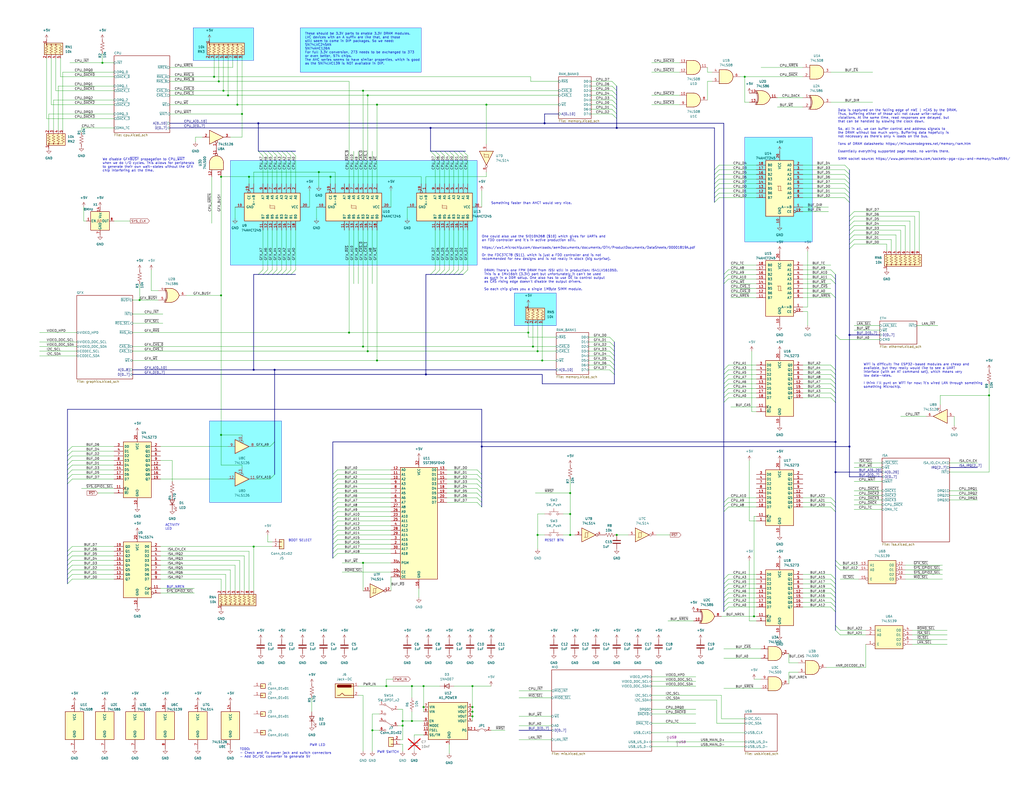
<source format=kicad_sch>
(kicad_sch (version 20230121) (generator eeschema)
  (paper "C")
  (title_block (title "Anachron"))
  (junction (at 311.15 280.67))
  (junction (at 231.14 386.08))
  (junction (at 203.2 398.78))
  (junction (at 290.83 189.23))
  (junction (at 293.37 292.1))
  (junction (at 190.5 181.61))
  (junction (at 257.81 391.16))
  (junction (at 140.97 67.31))
  (junction (at 76.2 163.83))
  (junction (at 455.93 257.81))
  (junction (at 200.66 52.07))
  (junction (at 231.14 374.65))
  (junction (at 198.12 49.53))
  (junction (at 135.89 96.52))
  (junction (at 219.71 393.7))
  (junction (at 138.43 201.93))
  (junction (at 257.81 388.62))
  (junction (at 116.84 41.91))
  (junction (at 262.89 243.84))
  (junction (at 224.79 393.7))
  (junction (at 198.12 189.23))
  (junction (at 200.66 191.77))
  (junction (at 265.43 57.15))
  (junction (at 311.15 292.1))
  (junction (at 55.88 34.29))
  (junction (at 210.82 374.65))
  (junction (at 129.54 57.15))
  (junction (at 180.34 96.52))
  (junction (at 205.74 57.15))
  (junction (at 311.15 269.24))
  (junction (at 120.65 96.52))
  (junction (at 132.08 62.23))
  (junction (at 297.18 67.31))
  (junction (at 224.79 374.65))
  (junction (at 463.55 182.88))
  (junction (at 257.81 374.65))
  (junction (at 234.95 69.85))
  (junction (at 173.99 93.98))
  (junction (at 149.86 201.93))
  (junction (at 463.55 243.84))
  (junction (at 121.92 49.53))
  (junction (at 124.46 52.07))
  (junction (at 293.37 191.77))
  (junction (at 120.65 161.29))
  (junction (at 455.93 241.3))
  (junction (at 336.55 69.85))
  (junction (at 232.41 204.47))
  (junction (at 288.29 181.61))
  (junction (at 336.55 292.1))
  (junction (at 295.91 196.85))
  (junction (at 219.71 396.24))
  (junction (at 138.43 298.45))
  (junction (at 119.38 44.45))
  (junction (at 257.81 386.08))
  (junction (at 120.65 237.49))
  (junction (at 539.75 215.9))
  (junction (at 411.48 336.55))
  (junction (at 205.74 196.85))
  (junction (at 406.4 41.91))
  (junction (at 198.12 307.34))
  (bus_entry (at 36.83 308.61) (size 2.54 -2.54))
  (bus_entry (at 260.35 261.62) (size 2.54 2.54))
  (bus_entry (at 36.83 313.69) (size 2.54 -2.54))
  (bus_entry (at 463.55 128.27) (size 2.54 -2.54))
  (bus_entry (at 36.83 311.15) (size 2.54 -2.54))
  (bus_entry (at 334.01 54.61) (size 2.54 2.54))
  (bus_entry (at 148.59 149.86) (size 2.54 -2.54))
  (bus_entry (at 455.93 154.94) (size -2.54 -2.54))
  (bus_entry (at 455.93 321.31) (size -2.54 -2.54))
  (bus_entry (at 36.83 248.92) (size 2.54 -2.54))
  (bus_entry (at 181.61 294.64) (size 2.54 -2.54))
  (bus_entry (at 394.97 323.85) (size 2.54 -2.54))
  (bus_entry (at 455.93 328.93) (size -2.54 -2.54))
  (bus_entry (at 455.93 152.4) (size -2.54 -2.54))
  (bus_entry (at 334.01 62.23) (size 2.54 2.54))
  (bus_entry (at 237.49 82.55) (size 2.54 2.54))
  (bus_entry (at 463.55 105.41) (size -2.54 -2.54))
  (bus_entry (at 389.89 102.87) (size 2.54 -2.54))
  (bus_entry (at 36.83 261.62) (size 2.54 -2.54))
  (bus_entry (at 181.61 276.86) (size 2.54 -2.54))
  (bus_entry (at 394.97 212.09) (size 2.54 -2.54))
  (bus_entry (at 181.61 266.7) (size 2.54 -2.54))
  (bus_entry (at 181.61 292.1) (size 2.54 -2.54))
  (bus_entry (at 36.83 256.54) (size 2.54 -2.54))
  (bus_entry (at 455.93 201.93) (size -2.54 -2.54))
  (bus_entry (at 240.03 149.86) (size 2.54 -2.54))
  (bus_entry (at 250.19 82.55) (size 2.54 2.54))
  (bus_entry (at 36.83 303.53) (size 2.54 -2.54))
  (bus_entry (at 181.61 271.78) (size 2.54 -2.54))
  (bus_entry (at 181.61 299.72) (size 2.54 -2.54))
  (bus_entry (at 247.65 149.86) (size 2.54 -2.54))
  (bus_entry (at 455.93 306.07) (size 2.54 2.54))
  (bus_entry (at 463.55 97.79) (size -2.54 -2.54))
  (bus_entry (at 334.01 49.53) (size 2.54 2.54))
  (bus_entry (at 36.83 316.23) (size 2.54 -2.54))
  (bus_entry (at 455.93 149.86) (size -2.54 -2.54))
  (bus_entry (at 455.93 217.17) (size -2.54 -2.54))
  (bus_entry (at 455.93 316.23) (size -2.54 -2.54))
  (bus_entry (at 148.59 82.55) (size 2.54 2.54))
  (bus_entry (at 455.93 162.56) (size -2.54 -2.54))
  (bus_entry (at 394.97 326.39) (size 2.54 -2.54))
  (bus_entry (at 455.93 334.01) (size -2.54 -2.54))
  (bus_entry (at 181.61 274.32) (size 2.54 -2.54))
  (bus_entry (at 463.55 102.87) (size -2.54 -2.54))
  (bus_entry (at 463.55 130.81) (size 2.54 -2.54))
  (bus_entry (at 463.55 107.95) (size -2.54 -2.54))
  (bus_entry (at 463.55 100.33) (size -2.54 -2.54))
  (bus_entry (at 455.93 204.47) (size -2.54 -2.54))
  (bus_entry (at 455.93 212.09) (size -2.54 -2.54))
  (bus_entry (at 36.83 318.77) (size 2.54 -2.54))
  (bus_entry (at 394.97 152.4) (size 2.54 -2.54))
  (bus_entry (at 463.55 110.49) (size -2.54 -2.54))
  (bus_entry (at 234.95 82.55) (size 2.54 2.54))
  (bus_entry (at 332.74 191.77) (size 2.54 2.54))
  (bus_entry (at 234.95 149.86) (size 2.54 -2.54))
  (bus_entry (at 394.97 209.55) (size 2.54 -2.54))
  (bus_entry (at 237.49 149.86) (size 2.54 -2.54))
  (bus_entry (at 455.93 219.71) (size -2.54 -2.54))
  (bus_entry (at 394.97 318.77) (size 2.54 -2.54))
  (bus_entry (at 455.93 323.85) (size -2.54 -2.54))
  (bus_entry (at 181.61 279.4) (size 2.54 -2.54))
  (bus_entry (at 334.01 52.07) (size 2.54 2.54))
  (bus_entry (at 389.89 92.71) (size 2.54 -2.54))
  (bus_entry (at 181.61 289.56) (size 2.54 -2.54))
  (bus_entry (at 36.83 259.08) (size 2.54 -2.54))
  (bus_entry (at 455.93 326.39) (size -2.54 -2.54))
  (bus_entry (at 156.21 149.86) (size 2.54 -2.54))
  (bus_entry (at 394.97 154.94) (size 2.54 -2.54))
  (bus_entry (at 181.61 269.24) (size 2.54 -2.54))
  (bus_entry (at 455.93 331.47) (size -2.54 -2.54))
  (bus_entry (at 332.74 199.39) (size 2.54 2.54))
  (bus_entry (at 181.61 297.18) (size 2.54 -2.54))
  (bus_entry (at 181.61 287.02) (size 2.54 -2.54))
  (bus_entry (at 245.11 82.55) (size 2.54 2.54))
  (bus_entry (at 181.61 259.08) (size 2.54 -2.54))
  (bus_entry (at 463.55 125.73) (size 2.54 -2.54))
  (bus_entry (at 389.89 105.41) (size 2.54 -2.54))
  (bus_entry (at 147.32 243.84) (size 2.54 -2.54))
  (bus_entry (at 389.89 110.49) (size 2.54 -2.54))
  (bus_entry (at 389.89 100.33) (size 2.54 -2.54))
  (bus_entry (at 181.61 284.48) (size 2.54 -2.54))
  (bus_entry (at 394.97 316.23) (size 2.54 -2.54))
  (bus_entry (at 260.35 266.7) (size 2.54 2.54))
  (bus_entry (at 260.35 271.78) (size 2.54 2.54))
  (bus_entry (at 389.89 97.79) (size 2.54 -2.54))
  (bus_entry (at 250.19 149.86) (size 2.54 -2.54))
  (bus_entry (at 334.01 57.15) (size 2.54 2.54))
  (bus_entry (at 156.21 82.55) (size 2.54 2.54))
  (bus_entry (at 260.35 274.32) (size 2.54 2.54))
  (bus_entry (at 394.97 219.71) (size 2.54 -2.54))
  (bus_entry (at 458.47 346.71) (size -2.54 -2.54))
  (bus_entry (at 153.67 82.55) (size 2.54 2.54))
  (bus_entry (at 455.93 274.32) (size -2.54 -2.54))
  (bus_entry (at 36.83 306.07) (size 2.54 -2.54))
  (bus_entry (at 394.97 334.01) (size 2.54 -2.54))
  (bus_entry (at 463.55 133.35) (size 2.54 -2.54))
  (bus_entry (at 332.74 201.93) (size 2.54 2.54))
  (bus_entry (at 242.57 82.55) (size 2.54 2.54))
  (bus_entry (at 143.51 82.55) (size 2.54 2.54))
  (bus_entry (at 332.74 184.15) (size 2.54 2.54))
  (bus_entry (at 140.97 82.55) (size 2.54 2.54))
  (bus_entry (at 455.93 214.63) (size -2.54 -2.54))
  (bus_entry (at 146.05 82.55) (size 2.54 2.54))
  (bus_entry (at 242.57 149.86) (size 2.54 -2.54))
  (bus_entry (at 463.55 120.65) (size 2.54 -2.54))
  (bus_entry (at 260.35 264.16) (size 2.54 2.54))
  (bus_entry (at 394.97 204.47) (size 2.54 -2.54))
  (bus_entry (at 147.32 261.62) (size 2.54 -2.54))
  (bus_entry (at 394.97 201.93) (size 2.54 -2.54))
  (bus_entry (at 389.89 107.95) (size 2.54 -2.54))
  (bus_entry (at 332.74 196.85) (size 2.54 2.54))
  (bus_entry (at 455.93 279.4) (size -2.54 -2.54))
  (bus_entry (at 153.67 149.86) (size 2.54 -2.54))
  (bus_entry (at 245.11 149.86) (size 2.54 -2.54))
  (bus_entry (at 394.97 274.32) (size 2.54 -2.54))
  (bus_entry (at 247.65 82.55) (size 2.54 2.54))
  (bus_entry (at 463.55 95.25) (size -2.54 -2.54))
  (bus_entry (at 252.73 149.86) (size 2.54 -2.54))
  (bus_entry (at 36.83 246.38) (size 2.54 -2.54))
  (bus_entry (at 463.55 92.71) (size -2.54 -2.54))
  (bus_entry (at 394.97 214.63) (size 2.54 -2.54))
  (bus_entry (at 146.05 149.86) (size 2.54 -2.54))
  (bus_entry (at 394.97 149.86) (size 2.54 -2.54))
  (bus_entry (at 455.93 209.55) (size -2.54 -2.54))
  (bus_entry (at 332.74 194.31) (size 2.54 2.54))
  (bus_entry (at 394.97 207.01) (size 2.54 -2.54))
  (bus_entry (at 394.97 331.47) (size 2.54 -2.54))
  (bus_entry (at 334.01 44.45) (size 2.54 2.54))
  (bus_entry (at 158.75 149.86) (size 2.54 -2.54))
  (bus_entry (at 394.97 217.17) (size 2.54 -2.54))
  (bus_entry (at 332.74 186.69) (size 2.54 2.54))
  (bus_entry (at 143.51 149.86) (size 2.54 -2.54))
  (bus_entry (at 36.83 254) (size 2.54 -2.54))
  (bus_entry (at 458.47 344.17) (size -2.54 -2.54))
  (bus_entry (at 181.61 281.94) (size 2.54 -2.54))
  (bus_entry (at 394.97 321.31) (size 2.54 -2.54))
  (bus_entry (at 463.55 135.89) (size 2.54 -2.54))
  (bus_entry (at 455.93 182.88) (size 2.54 2.54))
  (bus_entry (at 36.83 251.46) (size 2.54 -2.54))
  (bus_entry (at 455.93 207.01) (size -2.54 -2.54))
  (bus_entry (at 158.75 82.55) (size 2.54 2.54))
  (bus_entry (at 260.35 269.24) (size 2.54 2.54))
  (bus_entry (at 240.03 82.55) (size 2.54 2.54))
  (bus_entry (at 394.97 276.86) (size 2.54 -2.54))
  (bus_entry (at 36.83 300.99) (size 2.54 -2.54))
  (bus_entry (at 334.01 46.99) (size 2.54 2.54))
  (bus_entry (at 394.97 279.4) (size 2.54 -2.54))
  (bus_entry (at 260.35 256.54) (size 2.54 2.54))
  (bus_entry (at 181.61 261.62) (size 2.54 -2.54))
  (bus_entry (at 463.55 118.11) (size 2.54 -2.54))
  (bus_entry (at 151.13 82.55) (size 2.54 2.54))
  (bus_entry (at 455.93 276.86) (size -2.54 -2.54))
  (bus_entry (at 181.61 304.8) (size 2.54 -2.54))
  (bus_entry (at 389.89 95.25) (size 2.54 -2.54))
  (bus_entry (at 332.74 189.23) (size 2.54 2.54))
  (bus_entry (at 36.83 264.16) (size 2.54 -2.54))
  (bus_entry (at 181.61 302.26) (size 2.54 -2.54))
  (bus_entry (at 140.97 149.86) (size 2.54 -2.54))
  (bus_entry (at 260.35 259.08) (size 2.54 2.54))
  (bus_entry (at 252.73 82.55) (size 2.54 2.54))
  (bus_entry (at 463.55 123.19) (size 2.54 -2.54))
  (bus_entry (at 455.93 308.61) (size 2.54 2.54))
  (bus_entry (at 455.93 318.77) (size -2.54 -2.54))
  (bus_entry (at 394.97 328.93) (size 2.54 -2.54))
  (bus_entry (at 151.13 149.86) (size 2.54 -2.54))
  (bus_entry (at 334.01 59.69) (size 2.54 2.54))
  (bus_entry (at 181.61 264.16) (size 2.54 -2.54))
  (wire (pts (xy 397.51 271.78) (xy 412.75 271.78)))
  (wire (pts (xy 518.16 252.73) (xy 533.4 252.73)))
  (wire (pts (xy 501.65 137.16) (xy 501.65 115.57)))
  (bus (pts (xy 455.93 334.01) (xy 455.93 341.63)))
  (wire (pts (xy 250.19 85.09) (xy 250.19 100.33)))
  (wire (pts (xy 397.51 328.93) (xy 412.75 328.93)))
  (wire (pts (xy 38.1 34.29) (xy 55.88 34.29)))
  (bus (pts (xy 394.97 316.23) (xy 394.97 318.77)))
  (wire (pts (xy 499.11 137.16) (xy 499.11 118.11)))
  (wire (pts (xy 497.84 351.79) (xy 516.89 351.79)))
  (bus (pts (xy 394.97 321.31) (xy 394.97 323.85)))
  (bus (pts (xy 336.55 64.77) (xy 336.55 69.85)))
  (wire (pts (xy 39.37 259.08) (xy 62.23 259.08)))
  (wire (pts (xy 392.43 97.79) (xy 412.75 97.79)))
  (wire (pts (xy 231.14 386.08) (xy 231.14 374.65)))
  (wire (pts (xy 293.37 280.67) (xy 293.37 292.1)))
  (wire (pts (xy 321.31 184.15) (xy 332.74 184.15)))
  (wire (pts (xy 200.66 125.73) (xy 200.66 191.77)))
  (wire (pts (xy 219.71 393.7) (xy 219.71 396.24)))
  (bus (pts (xy 394.97 274.32) (xy 394.97 276.86)))
  (bus (pts (xy 463.55 260.35) (xy 463.55 243.84)))
  (bus (pts (xy 143.51 82.55) (xy 140.97 82.55)))
  (wire (pts (xy 355.6 382.27) (xy 391.16 382.27)))
  (bus (pts (xy 140.97 149.86) (xy 138.43 149.86)))
  (bus (pts (xy 455.93 274.32) (xy 455.93 276.86)))
  (wire (pts (xy 132.08 74.93) (xy 132.08 62.23)))
  (wire (pts (xy 386.08 39.37) (xy 386.08 36.83)))
  (wire (pts (xy 392.43 105.41) (xy 412.75 105.41)))
  (wire (pts (xy 120.65 237.49) (xy 120.65 254)))
  (wire (pts (xy 397.51 201.93) (xy 412.75 201.93)))
  (wire (pts (xy 393.7 336.55) (xy 411.48 336.55)))
  (bus (pts (xy 455.93 219.71) (xy 455.93 241.3)))
  (wire (pts (xy 193.04 125.73) (xy 193.04 154.94)))
  (wire (pts (xy 265.43 93.98) (xy 265.43 96.52)))
  (wire (pts (xy 412.75 339.09) (xy 408.94 339.09)))
  (bus (pts (xy 295.91 209.55) (xy 335.28 209.55)))
  (bus (pts (xy 335.28 191.77) (xy 335.28 194.31)))
  (wire (pts (xy 26.67 62.23) (xy 62.23 62.23)))
  (wire (pts (xy 267.97 398.78) (xy 275.59 398.78)))
  (wire (pts (xy 355.6 369.57) (xy 379.73 369.57)))
  (wire (pts (xy 520.7 227.33) (xy 520.7 232.41)))
  (wire (pts (xy 322.58 59.69) (xy 334.01 59.69)))
  (bus (pts (xy 455.93 162.56) (xy 455.93 182.88)))
  (wire (pts (xy 494.03 313.69) (xy 514.35 313.69)))
  (bus (pts (xy 245.11 82.55) (xy 242.57 82.55)))
  (bus (pts (xy 389.89 92.71) (xy 389.89 95.25)))
  (wire (pts (xy 232.41 100.33) (xy 232.41 96.52)))
  (wire (pts (xy 21.59 181.61) (xy 41.91 181.61)))
  (wire (pts (xy 151.13 85.09) (xy 151.13 100.33)))
  (wire (pts (xy 39.37 246.38) (xy 62.23 246.38)))
  (bus (pts (xy 297.18 62.23) (xy 297.18 67.31)))
  (wire (pts (xy 453.39 199.39) (xy 438.15 199.39)))
  (wire (pts (xy 198.12 125.73) (xy 198.12 189.23)))
  (bus (pts (xy 181.61 281.94) (xy 181.61 284.48)))
  (bus (pts (xy 394.97 323.85) (xy 394.97 326.39)))
  (wire (pts (xy 293.37 176.53) (xy 293.37 191.77)))
  (wire (pts (xy 138.43 322.58) (xy 138.43 298.45)))
  (wire (pts (xy 168.91 104.14) (xy 168.91 113.03)))
  (bus (pts (xy 140.97 67.31) (xy 140.97 82.55)))
  (bus (pts (xy 455.93 323.85) (xy 455.93 326.39)))
  (wire (pts (xy 180.34 96.52) (xy 135.89 96.52)))
  (wire (pts (xy 21.59 186.69) (xy 41.91 186.69)))
  (wire (pts (xy 438.15 162.56) (xy 453.39 162.56)))
  (wire (pts (xy 55.88 29.21) (xy 55.88 34.29)))
  (wire (pts (xy 184.15 264.16) (xy 213.36 264.16)))
  (bus (pts (xy 148.59 149.86) (xy 146.05 149.86)))
  (bus (pts (xy 262.89 223.52) (xy 36.83 223.52)))
  (wire (pts (xy 87.63 261.62) (xy 124.46 261.62)))
  (wire (pts (xy 44.45 69.85) (xy 62.23 69.85)))
  (wire (pts (xy 289.56 41.91) (xy 289.56 44.45)))
  (bus (pts (xy 262.89 271.78) (xy 262.89 274.32)))
  (wire (pts (xy 158.75 125.73) (xy 158.75 147.32)))
  (wire (pts (xy 453.39 204.47) (xy 438.15 204.47)))
  (wire (pts (xy 101.6 161.29) (xy 120.65 161.29)))
  (wire (pts (xy 243.84 266.7) (xy 260.35 266.7)))
  (wire (pts (xy 120.65 96.52) (xy 120.65 161.29)))
  (wire (pts (xy 453.39 274.32) (xy 438.15 274.32)))
  (wire (pts (xy 393.7 379.73) (xy 393.7 392.43)))
  (wire (pts (xy 21.59 194.31) (xy 41.91 194.31)))
  (bus (pts (xy 463.55 118.11) (xy 463.55 120.65)))
  (wire (pts (xy 213.36 104.14) (xy 213.36 113.03)))
  (bus (pts (xy 237.49 149.86) (xy 234.95 149.86)))
  (wire (pts (xy 39.37 261.62) (xy 62.23 261.62)))
  (wire (pts (xy 121.92 49.53) (xy 198.12 49.53)))
  (bus (pts (xy 455.93 212.09) (xy 455.93 214.63)))
  (wire (pts (xy 321.31 189.23) (xy 332.74 189.23)))
  (bus (pts (xy 463.55 128.27) (xy 463.55 130.81)))
  (wire (pts (xy 453.39 328.93) (xy 438.15 328.93)))
  (bus (pts (xy 262.89 274.32) (xy 262.89 276.86)))
  (wire (pts (xy 453.39 157.48) (xy 438.15 157.48)))
  (bus (pts (xy 463.55 130.81) (xy 463.55 133.35)))
  (wire (pts (xy 203.2 82.55) (xy 203.2 100.33)))
  (wire (pts (xy 184.15 259.08) (xy 213.36 259.08)))
  (bus (pts (xy 455.93 276.86) (xy 455.93 279.4)))
  (bus (pts (xy 36.83 248.92) (xy 36.83 251.46)))
  (wire (pts (xy 321.31 196.85) (xy 332.74 196.85)))
  (wire (pts (xy 311.15 269.24) (xy 311.15 280.67)))
  (bus (pts (xy 250.19 82.55) (xy 247.65 82.55)))
  (wire (pts (xy 21.59 191.77) (xy 41.91 191.77)))
  (wire (pts (xy 461.01 105.41) (xy 438.15 105.41)))
  (bus (pts (xy 151.13 149.86) (xy 148.59 149.86)))
  (wire (pts (xy 321.31 186.69) (xy 332.74 186.69)))
  (wire (pts (xy 121.92 31.75) (xy 121.92 49.53)))
  (bus (pts (xy 463.55 182.88) (xy 480.06 182.88)))
  (wire (pts (xy 288.29 184.15) (xy 288.29 181.61)))
  (wire (pts (xy 242.57 125.73) (xy 242.57 147.32)))
  (wire (pts (xy 398.78 154.94) (xy 412.75 154.94)))
  (bus (pts (xy 149.86 241.3) (xy 149.86 259.08)))
  (bus (pts (xy 455.93 201.93) (xy 455.93 204.47)))
  (wire (pts (xy 297.18 280.67) (xy 293.37 280.67)))
  (wire (pts (xy 184.15 276.86) (xy 213.36 276.86)))
  (wire (pts (xy 198.12 49.53) (xy 198.12 100.33)))
  (wire (pts (xy 226.06 402.59) (xy 226.06 401.32)))
  (wire (pts (xy 453.39 271.78) (xy 438.15 271.78)))
  (wire (pts (xy 205.74 196.85) (xy 295.91 196.85)))
  (bus (pts (xy 455.93 326.39) (xy 455.93 328.93)))
  (bus (pts (xy 283.21 398.78) (xy 300.99 398.78)))
  (wire (pts (xy 322.58 52.07) (xy 334.01 52.07)))
  (wire (pts (xy 193.04 82.55) (xy 193.04 100.33)))
  (wire (pts (xy 461.01 95.25) (xy 438.15 95.25)))
  (bus (pts (xy 181.61 264.16) (xy 181.61 266.7)))
  (wire (pts (xy 466.09 267.97) (xy 481.33 267.97)))
  (bus (pts (xy 455.93 207.01) (xy 455.93 209.55)))
  (wire (pts (xy 397.51 331.47) (xy 412.75 331.47)))
  (wire (pts (xy 257.81 391.16) (xy 257.81 393.7)))
  (wire (pts (xy 322.58 46.99) (xy 334.01 46.99)))
  (wire (pts (xy 466.09 177.8) (xy 480.06 177.8)))
  (wire (pts (xy 130.81 306.07) (xy 130.81 322.58)))
  (wire (pts (xy 355.6 374.65) (xy 379.73 374.65)))
  (bus (pts (xy 463.55 97.79) (xy 463.55 100.33)))
  (wire (pts (xy 398.78 162.56) (xy 412.75 162.56)))
  (bus (pts (xy 232.41 204.47) (xy 295.91 204.47)))
  (wire (pts (xy 453.39 55.88) (xy 476.25 55.88)))
  (bus (pts (xy 181.61 302.26) (xy 181.61 304.8)))
  (wire (pts (xy 92.71 57.15) (xy 129.54 57.15)))
  (wire (pts (xy 198.12 189.23) (xy 290.83 189.23)))
  (wire (pts (xy 355.6 379.73) (xy 393.7 379.73)))
  (wire (pts (xy 355.6 57.15) (xy 370.84 57.15)))
  (bus (pts (xy 455.93 152.4) (xy 455.93 154.94)))
  (bus (pts (xy 394.97 217.17) (xy 394.97 219.71)))
  (wire (pts (xy 453.39 326.39) (xy 438.15 326.39)))
  (bus (pts (xy 336.55 46.99) (xy 336.55 49.53)))
  (wire (pts (xy 205.74 57.15) (xy 205.74 100.33)))
  (wire (pts (xy 186.69 312.42) (xy 213.36 312.42)))
  (wire (pts (xy 231.14 388.62) (xy 231.14 386.08)))
  (wire (pts (xy 288.29 176.53) (xy 288.29 181.61)))
  (wire (pts (xy 205.74 125.73) (xy 205.74 196.85)))
  (wire (pts (xy 466.09 273.05) (xy 481.33 273.05)))
  (wire (pts (xy 391.16 382.27) (xy 391.16 394.97)))
  (wire (pts (xy 121.92 49.53) (xy 92.71 49.53)))
  (bus (pts (xy 336.55 59.69) (xy 336.55 62.23)))
  (bus (pts (xy 394.97 67.31) (xy 394.97 149.86)))
  (bus (pts (xy 394.97 326.39) (xy 394.97 328.93)))
  (wire (pts (xy 120.65 96.52) (xy 135.89 96.52)))
  (wire (pts (xy 408.94 251.46) (xy 408.94 284.48)))
  (wire (pts (xy 438.15 113.03) (xy 452.12 113.03)))
  (wire (pts (xy 106.68 74.93) (xy 106.68 77.47)))
  (bus (pts (xy 336.55 69.85) (xy 389.89 69.85)))
  (wire (pts (xy 397.51 207.01) (xy 412.75 207.01)))
  (wire (pts (xy 39.37 298.45) (xy 62.23 298.45)))
  (wire (pts (xy 226.06 401.32) (xy 231.14 401.32)))
  (bus (pts (xy 389.89 107.95) (xy 389.89 110.49)))
  (wire (pts (xy 243.84 256.54) (xy 260.35 256.54)))
  (bus (pts (xy 232.41 149.86) (xy 232.41 204.47)))
  (wire (pts (xy 453.39 323.85) (xy 438.15 323.85)))
  (bus (pts (xy 455.93 204.47) (xy 455.93 207.01)))
  (wire (pts (xy 406.4 55.88) (xy 406.4 41.91)))
  (wire (pts (xy 410.21 191.77) (xy 410.21 224.79)))
  (bus (pts (xy 463.55 110.49) (xy 463.55 118.11)))
  (wire (pts (xy 229.87 100.33) (xy 229.87 96.52)))
  (wire (pts (xy 494.03 308.61) (xy 514.35 308.61)))
  (wire (pts (xy 123.19 313.69) (xy 123.19 322.58)))
  (wire (pts (xy 397.51 321.31) (xy 412.75 321.31)))
  (wire (pts (xy 458.47 344.17) (xy 472.44 344.17)))
  (wire (pts (xy 466.09 130.81) (xy 486.41 130.81)))
  (wire (pts (xy 466.09 118.11) (xy 499.11 118.11)))
  (wire (pts (xy 424.18 53.34) (xy 438.15 53.34)))
  (wire (pts (xy 461.01 100.33) (xy 438.15 100.33)))
  (wire (pts (xy 293.37 292.1) (xy 293.37 299.72)))
  (bus (pts (xy 181.61 241.3) (xy 455.93 241.3)))
  (wire (pts (xy 311.15 292.1) (xy 313.69 292.1)))
  (wire (pts (xy 210.82 374.65) (xy 224.79 374.65)))
  (wire (pts (xy 466.09 123.19) (xy 494.03 123.19)))
  (wire (pts (xy 139.7 261.62) (xy 147.32 261.62)))
  (wire (pts (xy 146.05 295.91) (xy 146.05 292.1)))
  (wire (pts (xy 438.15 149.86) (xy 453.39 149.86)))
  (wire (pts (xy 461.01 92.71) (xy 438.15 92.71)))
  (wire (pts (xy 450.85 364.49) (xy 472.44 364.49)))
  (wire (pts (xy 87.63 311.15) (xy 125.73 311.15)))
  (wire (pts (xy 139.7 243.84) (xy 147.32 243.84)))
  (wire (pts (xy 39.37 248.92) (xy 62.23 248.92)))
  (wire (pts (xy 355.6 400.05) (xy 406.4 400.05)))
  (wire (pts (xy 245.11 85.09) (xy 245.11 100.33)))
  (wire (pts (xy 247.65 85.09) (xy 247.65 100.33)))
  (wire (pts (xy 497.84 349.25) (xy 516.89 349.25)))
  (wire (pts (xy 397.51 313.69) (xy 412.75 313.69)))
  (bus (pts (xy 181.61 274.32) (xy 181.61 276.86)))
  (wire (pts (xy 412.75 224.79) (xy 410.21 224.79)))
  (bus (pts (xy 455.93 209.55) (xy 455.93 212.09)))
  (bus (pts (xy 250.19 149.86) (xy 247.65 149.86)))
  (bus (pts (xy 262.89 261.62) (xy 262.89 264.16)))
  (bus (pts (xy 463.55 123.19) (xy 463.55 125.73)))
  (bus (pts (xy 36.83 256.54) (xy 36.83 259.08)))
  (wire (pts (xy 184.15 292.1) (xy 213.36 292.1)))
  (wire (pts (xy 72.39 176.53) (xy 88.9 176.53)))
  (wire (pts (xy 146.05 125.73) (xy 146.05 147.32)))
  (bus (pts (xy 181.61 241.3) (xy 181.61 259.08)))
  (wire (pts (xy 184.15 294.64) (xy 213.36 294.64)))
  (wire (pts (xy 355.6 387.35) (xy 379.73 387.35)))
  (wire (pts (xy 33.02 41.91) (xy 33.02 31.75)))
  (wire (pts (xy 397.51 217.17) (xy 412.75 217.17)))
  (bus (pts (xy 262.89 243.84) (xy 262.89 223.52)))
  (wire (pts (xy 39.37 256.54) (xy 62.23 256.54)))
  (wire (pts (xy 466.09 120.65) (xy 496.57 120.65)))
  (wire (pts (xy 518.16 257.81) (xy 539.75 257.81)))
  (wire (pts (xy 243.84 274.32) (xy 260.35 274.32)))
  (wire (pts (xy 438.15 170.18) (xy 440.69 170.18)))
  (wire (pts (xy 394.97 354.33) (xy 415.29 354.33)))
  (bus (pts (xy 389.89 105.41) (xy 389.89 107.95)))
  (wire (pts (xy 198.12 49.53) (xy 304.8 49.53)))
  (bus (pts (xy 158.75 149.86) (xy 161.29 149.86)))
  (wire (pts (xy 472.44 351.79) (xy 472.44 364.49)))
  (wire (pts (xy 243.84 271.78) (xy 260.35 271.78)))
  (wire (pts (xy 397.51 204.47) (xy 412.75 204.47)))
  (wire (pts (xy 397.51 326.39) (xy 412.75 326.39)))
  (bus (pts (xy 181.61 297.18) (xy 181.61 299.72)))
  (bus (pts (xy 335.28 194.31) (xy 335.28 196.85)))
  (wire (pts (xy 322.58 57.15) (xy 334.01 57.15)))
  (wire (pts (xy 184.15 269.24) (xy 213.36 269.24)))
  (wire (pts (xy 388.62 39.37) (xy 386.08 39.37)))
  (wire (pts (xy 461.01 90.17) (xy 438.15 90.17)))
  (wire (pts (xy 440.69 170.18) (xy 440.69 177.8)))
  (wire (pts (xy 127 31.75) (xy 127 36.83)))
  (wire (pts (xy 292.1 269.24) (xy 311.15 269.24)))
  (wire (pts (xy 453.39 316.23) (xy 438.15 316.23)))
  (wire (pts (xy 198.12 307.34) (xy 213.36 307.34)))
  (bus (pts (xy 455.93 154.94) (xy 455.93 162.56)))
  (wire (pts (xy 397.51 147.32) (xy 412.75 147.32)))
  (wire (pts (xy 466.09 275.59) (xy 481.33 275.59)))
  (wire (pts (xy 31.75 46.99) (xy 31.75 71.12)))
  (bus (pts (xy 389.89 69.85) (xy 389.89 92.71)))
  (bus (pts (xy 158.75 149.86) (xy 156.21 149.86)))
  (wire (pts (xy 231.14 374.65) (xy 240.03 374.65)))
  (bus (pts (xy 295.91 209.55) (xy 295.91 204.47)))
  (wire (pts (xy 488.95 128.27) (xy 488.95 137.16)))
  (bus (pts (xy 151.13 82.55) (xy 148.59 82.55)))
  (bus (pts (xy 389.89 100.33) (xy 389.89 102.87)))
  (bus (pts (xy 394.97 154.94) (xy 394.97 201.93)))
  (wire (pts (xy 39.37 243.84) (xy 62.23 243.84)))
  (bus (pts (xy 463.55 95.25) (xy 463.55 97.79)))
  (bus (pts (xy 36.83 251.46) (xy 36.83 254)))
  (wire (pts (xy 466.09 180.34) (xy 480.06 180.34)))
  (wire (pts (xy 257.81 374.65) (xy 267.97 374.65)))
  (wire (pts (xy 184.15 266.7) (xy 213.36 266.7)))
  (bus (pts (xy 336.55 49.53) (xy 336.55 52.07)))
  (bus (pts (xy 394.97 152.4) (xy 394.97 154.94)))
  (wire (pts (xy 393.7 392.43) (xy 406.4 392.43)))
  (wire (pts (xy 125.73 74.93) (xy 132.08 74.93)))
  (bus (pts (xy 455.93 341.63) (xy 455.93 344.17)))
  (wire (pts (xy 237.49 125.73) (xy 237.49 147.32)))
  (wire (pts (xy 173.99 93.98) (xy 173.99 101.6)))
  (wire (pts (xy 148.59 85.09) (xy 148.59 100.33)))
  (bus (pts (xy 455.93 182.88) (xy 455.93 201.93)))
  (bus (pts (xy 335.28 204.47) (xy 335.28 209.55)))
  (wire (pts (xy 120.65 161.29) (xy 120.65 237.49)))
  (bus (pts (xy 36.83 308.61) (xy 36.83 311.15)))
  (wire (pts (xy 184.15 256.54) (xy 213.36 256.54)))
  (bus (pts (xy 149.86 201.93) (xy 303.53 201.93)))
  (bus (pts (xy 181.61 289.56) (xy 181.61 292.1)))
  (bus (pts (xy 463.55 107.95) (xy 463.55 110.49)))
  (bus (pts (xy 304.8 62.23) (xy 297.18 62.23)))
  (wire (pts (xy 203.2 125.73) (xy 203.2 154.94)))
  (wire (pts (xy 458.47 185.42) (xy 480.06 185.42)))
  (wire (pts (xy 184.15 279.4) (xy 213.36 279.4)))
  (wire (pts (xy 307.34 280.67) (xy 311.15 280.67)))
  (wire (pts (xy 39.37 254) (xy 62.23 254)))
  (wire (pts (xy 243.84 259.08) (xy 260.35 259.08)))
  (bus (pts (xy 181.61 279.4) (xy 181.61 281.94)))
  (wire (pts (xy 398.78 157.48) (xy 412.75 157.48)))
  (wire (pts (xy 435.61 361.95) (xy 430.53 361.95)))
  (wire (pts (xy 30.48 31.75) (xy 30.48 49.53)))
  (bus (pts (xy 336.55 62.23) (xy 336.55 64.77)))
  (bus (pts (xy 394.97 214.63) (xy 394.97 217.17)))
  (wire (pts (xy 124.46 52.07) (xy 200.66 52.07)))
  (wire (pts (xy 29.21 71.12) (xy 29.21 54.61)))
  (bus (pts (xy 455.93 331.47) (xy 455.93 334.01)))
  (wire (pts (xy 518.16 270.51) (xy 533.4 270.51)))
  (wire (pts (xy 255.27 85.09) (xy 255.27 100.33)))
  (wire (pts (xy 87.63 251.46) (xy 93.98 251.46)))
  (bus (pts (xy 394.97 207.01) (xy 394.97 209.55)))
  (wire (pts (xy 173.99 93.98) (xy 182.88 93.98)))
  (bus (pts (xy 262.89 243.84) (xy 262.89 259.08)))
  (wire (pts (xy 195.58 374.65) (xy 210.82 374.65)))
  (bus (pts (xy 181.61 269.24) (xy 181.61 271.78)))
  (bus (pts (xy 36.83 259.08) (xy 36.83 261.62)))
  (wire (pts (xy 156.21 125.73) (xy 156.21 147.32)))
  (wire (pts (xy 293.37 292.1) (xy 297.18 292.1)))
  (wire (pts (xy 87.63 313.69) (xy 123.19 313.69)))
  (wire (pts (xy 497.84 346.71) (xy 516.89 346.71)))
  (bus (pts (xy 481.33 260.35) (xy 463.55 260.35)))
  (wire (pts (xy 44.45 266.7) (xy 62.23 266.7)))
  (wire (pts (xy 129.54 57.15) (xy 205.74 57.15)))
  (bus (pts (xy 394.97 318.77) (xy 394.97 321.31)))
  (wire (pts (xy 198.12 322.58) (xy 198.12 307.34)))
  (wire (pts (xy 200.66 52.07) (xy 200.66 100.33)))
  (bus (pts (xy 245.11 149.86) (xy 242.57 149.86)))
  (wire (pts (xy 243.84 261.62) (xy 260.35 261.62)))
  (wire (pts (xy 203.2 398.78) (xy 207.01 398.78)))
  (wire (pts (xy 453.39 160.02) (xy 438.15 160.02)))
  (wire (pts (xy 483.87 133.35) (xy 483.87 137.16)))
  (wire (pts (xy 128.27 113.03) (xy 128.27 119.38)))
  (bus (pts (xy 234.95 82.55) (xy 234.95 69.85)))
  (bus (pts (xy 455.93 257.81) (xy 481.33 257.81)))
  (bus (pts (xy 262.89 264.16) (xy 262.89 266.7)))
  (bus (pts (xy 36.83 223.52) (xy 36.83 246.38)))
  (wire (pts (xy 186.69 307.34) (xy 198.12 307.34)))
  (bus (pts (xy 463.55 105.41) (xy 463.55 107.95)))
  (wire (pts (xy 245.11 411.48) (xy 245.11 406.4)))
  (wire (pts (xy 156.21 85.09) (xy 156.21 100.33)))
  (bus (pts (xy 455.93 308.61) (xy 455.93 316.23)))
  (wire (pts (xy 29.21 54.61) (xy 62.23 54.61)))
  (bus (pts (xy 92.71 67.31) (xy 140.97 67.31)))
  (wire (pts (xy 184.15 299.72) (xy 213.36 299.72)))
  (wire (pts (xy 72.39 196.85) (xy 205.74 196.85)))
  (wire (pts (xy 39.37 303.53) (xy 62.23 303.53)))
  (wire (pts (xy 386.08 44.45) (xy 388.62 44.45)))
  (wire (pts (xy 321.31 194.31) (xy 332.74 194.31)))
  (wire (pts (xy 27.94 57.15) (xy 62.23 57.15)))
  (bus (pts (xy 36.83 303.53) (xy 36.83 306.07)))
  (wire (pts (xy 87.63 300.99) (xy 135.89 300.99)))
  (wire (pts (xy 397.51 149.86) (xy 412.75 149.86)))
  (wire (pts (xy 143.51 125.73) (xy 143.51 147.32)))
  (wire (pts (xy 252.73 85.09) (xy 252.73 100.33)))
  (wire (pts (xy 219.71 393.7) (xy 224.79 393.7)))
  (wire (pts (xy 190.5 44.45) (xy 190.5 100.33)))
  (bus (pts (xy 463.55 92.71) (xy 463.55 95.25)))
  (bus (pts (xy 262.89 259.08) (xy 262.89 261.62)))
  (wire (pts (xy 458.47 308.61) (xy 468.63 308.61)))
  (wire (pts (xy 466.09 278.13) (xy 481.33 278.13)))
  (wire (pts (xy 172.72 113.03) (xy 172.72 119.38)))
  (wire (pts (xy 229.87 96.52) (xy 180.34 96.52)))
  (wire (pts (xy 184.15 289.56) (xy 213.36 289.56)))
  (wire (pts (xy 358.14 292.1) (xy 365.76 292.1)))
  (wire (pts (xy 203.2 398.78) (xy 203.2 410.21)))
  (bus (pts (xy 463.55 125.73) (xy 463.55 128.27)))
  (wire (pts (xy 481.33 262.89) (xy 466.09 262.89)))
  (wire (pts (xy 242.57 85.09) (xy 242.57 100.33)))
  (wire (pts (xy 453.39 207.01) (xy 438.15 207.01)))
  (bus (pts (xy 234.95 149.86) (xy 232.41 149.86)))
  (wire (pts (xy 438.15 147.32) (xy 453.39 147.32)))
  (wire (pts (xy 76.2 163.83) (xy 76.2 154.94)))
  (wire (pts (xy 398.78 160.02) (xy 412.75 160.02)))
  (bus (pts (xy 455.93 257.81) (xy 455.93 274.32)))
  (bus (pts (xy 146.05 82.55) (xy 143.51 82.55)))
  (bus (pts (xy 181.61 259.08) (xy 181.61 261.62)))
  (bus (pts (xy 36.83 261.62) (xy 36.83 264.16)))
  (wire (pts (xy 190.5 125.73) (xy 190.5 181.61)))
  (wire (pts (xy 184.15 274.32) (xy 213.36 274.32)))
  (wire (pts (xy 39.37 311.15) (xy 62.23 311.15)))
  (wire (pts (xy 62.23 120.65) (xy 71.12 120.65)))
  (wire (pts (xy 394.97 375.92) (xy 415.29 375.92)))
  (bus (pts (xy 463.55 100.33) (xy 463.55 102.87)))
  (wire (pts (xy 336.55 292.1) (xy 342.9 292.1)))
  (wire (pts (xy 27.94 31.75) (xy 27.94 57.15)))
  (wire (pts (xy 265.43 57.15) (xy 265.43 78.74)))
  (wire (pts (xy 146.05 85.09) (xy 146.05 100.33)))
  (wire (pts (xy 486.41 130.81) (xy 486.41 137.16)))
  (wire (pts (xy 120.65 237.49) (xy 132.08 237.49)))
  (wire (pts (xy 228.6 326.39) (xy 228.6 321.31)))
  (wire (pts (xy 224.79 381) (xy 224.79 374.65)))
  (wire (pts (xy 217.17 387.35) (xy 219.71 387.35)))
  (wire (pts (xy 170.18 381) (xy 170.18 388.62)))
  (bus (pts (xy 389.89 97.79) (xy 389.89 100.33)))
  (wire (pts (xy 355.6 39.37) (xy 370.84 39.37)))
  (wire (pts (xy 39.37 306.07) (xy 62.23 306.07)))
  (bus (pts (xy 463.55 133.35) (xy 463.55 135.89)))
  (wire (pts (xy 224.79 393.7) (xy 231.14 393.7)))
  (wire (pts (xy 87.63 306.07) (xy 130.81 306.07)))
  (bus (pts (xy 463.55 102.87) (xy 463.55 105.41)))
  (wire (pts (xy 148.59 125.73) (xy 148.59 147.32)))
  (wire (pts (xy 518.16 273.05) (xy 533.4 273.05)))
  (bus (pts (xy 72.39 201.93) (xy 138.43 201.93)))
  (wire (pts (xy 31.75 46.99) (xy 62.23 46.99)))
  (wire (pts (xy 115.57 121.92) (xy 115.57 96.52)))
  (wire (pts (xy 72.39 171.45) (xy 88.9 171.45)))
  (bus (pts (xy 36.83 311.15) (xy 36.83 313.69)))
  (wire (pts (xy 82.55 158.75) (xy 82.55 147.32)))
  (wire (pts (xy 224.79 374.65) (xy 231.14 374.65)))
  (wire (pts (xy 288.29 184.15) (xy 303.53 184.15)))
  (bus (pts (xy 455.93 279.4) (xy 455.93 306.07)))
  (bus (pts (xy 247.65 82.55) (xy 245.11 82.55)))
  (wire (pts (xy 76.2 163.83) (xy 86.36 163.83)))
  (bus (pts (xy 394.97 201.93) (xy 394.97 204.47)))
  (wire (pts (xy 500.38 177.8) (xy 511.81 177.8)))
  (bus (pts (xy 234.95 69.85) (xy 336.55 69.85)))
  (wire (pts (xy 119.38 44.45) (xy 92.71 44.45)))
  (wire (pts (xy 125.73 311.15) (xy 125.73 322.58)))
  (wire (pts (xy 355.6 394.97) (xy 379.73 394.97)))
  (wire (pts (xy 283.21 381) (xy 300.99 381)))
  (wire (pts (xy 397.51 274.32) (xy 412.75 274.32)))
  (wire (pts (xy 39.37 308.61) (xy 62.23 308.61)))
  (bus (pts (xy 394.97 149.86) (xy 394.97 152.4)))
  (wire (pts (xy 219.71 387.35) (xy 219.71 393.7)))
  (bus (pts (xy 254 82.55) (xy 252.73 82.55)))
  (wire (pts (xy 34.29 39.37) (xy 34.29 71.12)))
  (wire (pts (xy 311.15 261.62) (xy 311.15 269.24)))
  (wire (pts (xy 461.01 97.79) (xy 438.15 97.79)))
  (wire (pts (xy 303.53 189.23) (xy 290.83 189.23)))
  (wire (pts (xy 92.71 41.91) (xy 116.84 41.91)))
  (wire (pts (xy 355.6 389.89) (xy 379.73 389.89)))
  (bus (pts (xy 146.05 149.86) (xy 143.51 149.86)))
  (wire (pts (xy 496.57 137.16) (xy 496.57 120.65)))
  (bus (pts (xy 394.97 204.47) (xy 394.97 207.01)))
  (wire (pts (xy 184.15 297.18) (xy 213.36 297.18)))
  (wire (pts (xy 219.71 396.24) (xy 217.17 396.24)))
  (wire (pts (xy 128.27 308.61) (xy 128.27 322.58)))
  (wire (pts (xy 219.71 403.86) (xy 219.71 396.24)))
  (wire (pts (xy 397.51 318.77) (xy 412.75 318.77)))
  (bus (pts (xy 455.93 318.77) (xy 455.93 321.31)))
  (bus (pts (xy 455.93 217.17) (xy 455.93 219.71)))
  (wire (pts (xy 322.58 44.45) (xy 334.01 44.45)))
  (bus (pts (xy 240.03 82.55) (xy 237.49 82.55)))
  (wire (pts (xy 453.39 313.69) (xy 438.15 313.69)))
  (wire (pts (xy 247.65 374.65) (xy 257.81 374.65)))
  (wire (pts (xy 466.09 255.27) (xy 481.33 255.27)))
  (bus (pts (xy 455.93 316.23) (xy 455.93 318.77)))
  (wire (pts (xy 153.67 85.09) (xy 153.67 100.33)))
  (wire (pts (xy 190.5 44.45) (xy 119.38 44.45)))
  (wire (pts (xy 110.49 74.93) (xy 106.68 74.93)))
  (bus (pts (xy 455.93 328.93) (xy 455.93 331.47)))
  (wire (pts (xy 397.51 209.55) (xy 412.75 209.55)))
  (wire (pts (xy 257.81 388.62) (xy 257.81 391.16)))
  (bus (pts (xy 455.93 321.31) (xy 455.93 323.85)))
  (wire (pts (xy 92.71 62.23) (xy 132.08 62.23)))
  (wire (pts (xy 76.2 163.83) (xy 72.39 163.83)))
  (wire (pts (xy 397.51 316.23) (xy 412.75 316.23)))
  (bus (pts (xy 153.67 82.55) (xy 151.13 82.55)))
  (bus (pts (xy 148.59 82.55) (xy 146.05 82.55)))
  (bus (pts (xy 394.97 219.71) (xy 394.97 274.32)))
  (bus (pts (xy 36.83 313.69) (xy 36.83 316.23)))
  (bus (pts (xy 394.97 212.09) (xy 394.97 214.63)))
  (wire (pts (xy 453.39 321.31) (xy 438.15 321.31)))
  (wire (pts (xy 386.08 54.61) (xy 386.08 44.45)))
  (wire (pts (xy 87.63 321.31) (xy 106.045 321.31)))
  (bus (pts (xy 335.28 189.23) (xy 335.28 191.77)))
  (wire (pts (xy 398.78 222.25) (xy 412.75 222.25)))
  (wire (pts (xy 72.39 181.61) (xy 190.5 181.61)))
  (wire (pts (xy 412.75 284.48) (xy 408.94 284.48)))
  (wire (pts (xy 120.65 316.23) (xy 120.65 322.58)))
  (wire (pts (xy 86.36 158.75) (xy 82.55 158.75)))
  (wire (pts (xy 412.75 281.94) (xy 411.48 281.94)))
  (wire (pts (xy 184.15 287.02) (xy 213.36 287.02)))
  (wire (pts (xy 218.44 403.86) (xy 219.71 403.86)))
  (wire (pts (xy 62.23 39.37) (xy 34.29 39.37)))
  (wire (pts (xy 224.79 388.62) (xy 224.79 393.7)))
  (wire (pts (xy 116.84 31.75) (xy 116.84 41.91)))
  (wire (pts (xy 87.63 243.84) (xy 124.46 243.84)))
  (wire (pts (xy 62.23 41.91) (xy 33.02 41.91)))
  (bus (pts (xy 262.89 269.24) (xy 262.89 271.78)))
  (wire (pts (xy 257.81 386.08) (xy 257.81 388.62)))
  (wire (pts (xy 161.29 85.09) (xy 161.29 100.33)))
  (wire (pts (xy 252.73 125.73) (xy 252.73 147.32)))
  (bus (pts (xy 149.86 201.93) (xy 149.86 241.3)))
  (wire (pts (xy 283.21 396.24) (xy 300.99 396.24)))
  (bus (pts (xy 336.55 57.15) (xy 336.55 59.69)))
  (wire (pts (xy 453.39 154.94) (xy 438.15 154.94)))
  (wire (pts (xy 87.63 308.61) (xy 128.27 308.61)))
  (wire (pts (xy 184.15 271.78) (xy 213.36 271.78)))
  (bus (pts (xy 394.97 328.93) (xy 394.97 331.47)))
  (bus (pts (xy 181.61 284.48) (xy 181.61 287.02)))
  (wire (pts (xy 453.39 318.77) (xy 438.15 318.77)))
  (wire (pts (xy 397.51 323.85) (xy 412.75 323.85)))
  (wire (pts (xy 466.09 270.51) (xy 481.33 270.51)))
  (bus (pts (xy 335.28 186.69) (xy 335.28 189.23)))
  (bus (pts (xy 463.55 182.88) (xy 463.55 243.84)))
  (bus (pts (xy 455.93 241.3) (xy 455.93 257.81)))
  (wire (pts (xy 406.4 41.91) (xy 438.15 41.91)))
  (wire (pts (xy 25.4 64.77) (xy 62.23 64.77)))
  (wire (pts (xy 466.09 115.57) (xy 501.65 115.57)))
  (wire (pts (xy 392.43 102.87) (xy 412.75 102.87)))
  (bus (pts (xy 394.97 276.86) (xy 394.97 279.4)))
  (wire (pts (xy 355.6 34.29) (xy 370.84 34.29)))
  (wire (pts (xy 494.03 137.16) (xy 494.03 123.19)))
  (wire (pts (xy 321.31 201.93) (xy 332.74 201.93)))
  (bus (pts (xy 181.61 287.02) (xy 181.61 289.56)))
  (bus (pts (xy 140.97 67.31) (xy 297.18 67.31)))
  (wire (pts (xy 408.94 306.07) (xy 408.94 339.09)))
  (bus (pts (xy 156.21 149.86) (xy 153.67 149.86)))
  (wire (pts (xy 403.86 41.91) (xy 406.4 41.91)))
  (wire (pts (xy 92.71 36.83) (xy 127 36.83)))
  (bus (pts (xy 158.75 82.55) (xy 156.21 82.55)))
  (wire (pts (xy 210.82 370.84) (xy 210.82 374.65)))
  (wire (pts (xy 458.47 311.15) (xy 468.63 311.15)))
  (wire (pts (xy 518.16 267.97) (xy 533.4 267.97)))
  (wire (pts (xy 87.63 323.85) (xy 106.045 323.85)))
  (wire (pts (xy 148.59 295.91) (xy 146.05 295.91)))
  (wire (pts (xy 466.09 125.73) (xy 491.49 125.73)))
  (wire (pts (xy 39.37 316.23) (xy 62.23 316.23)))
  (wire (pts (xy 289.56 44.45) (xy 304.8 44.45)))
  (bus (pts (xy 72.39 204.47) (xy 232.41 204.47)))
  (wire (pts (xy 219.71 406.4) (xy 218.44 406.4)))
  (wire (pts (xy 87.63 303.53) (xy 133.35 303.53)))
  (bus (pts (xy 455.93 214.63) (xy 455.93 217.17)))
  (wire (pts (xy 207.01 389.89) (xy 203.2 389.89)))
  (wire (pts (xy 322.58 54.61) (xy 334.01 54.61)))
  (bus (pts (xy 36.83 246.38) (xy 36.83 248.92)))
  (wire (pts (xy 415.29 36.83) (xy 438.15 36.83)))
  (wire (pts (xy 46.99 120.65) (xy 45.72 120.65)))
  (bus (pts (xy 394.97 279.4) (xy 394.97 316.23)))
  (bus (pts (xy 455.93 149.86) (xy 455.93 152.4)))
  (wire (pts (xy 255.27 125.73) (xy 255.27 147.32)))
  (wire (pts (xy 453.39 201.93) (xy 438.15 201.93)))
  (wire (pts (xy 494.03 311.15) (xy 514.35 311.15)))
  (wire (pts (xy 438.15 115.57) (xy 452.12 115.57)))
  (bus (pts (xy 394.97 209.55) (xy 394.97 212.09)))
  (wire (pts (xy 435.61 367.03) (xy 430.53 367.03)))
  (wire (pts (xy 392.43 107.95) (xy 412.75 107.95)))
  (wire (pts (xy 200.66 191.77) (xy 293.37 191.77)))
  (wire (pts (xy 214.63 370.84) (xy 210.82 370.84)))
  (bus (pts (xy 335.28 196.85) (xy 335.28 199.39)))
  (wire (pts (xy 458.47 316.23) (xy 468.63 316.23)))
  (bus (pts (xy 242.57 82.55) (xy 240.03 82.55)))
  (wire (pts (xy 411.48 281.94) (xy 411.48 336.55)))
  (wire (pts (xy 461.01 107.95) (xy 438.15 107.95)))
  (bus (pts (xy 143.51 149.86) (xy 140.97 149.86)))
  (wire (pts (xy 466.09 133.35) (xy 483.87 133.35)))
  (wire (pts (xy 438.15 144.78) (xy 453.39 144.78)))
  (wire (pts (xy 257.81 374.65) (xy 257.81 386.08)))
  (wire (pts (xy 355.6 405.13) (xy 406.4 405.13)))
  (wire (pts (xy 250.19 125.73) (xy 250.19 147.32)))
  (wire (pts (xy 30.48 49.53) (xy 62.23 49.53)))
  (wire (pts (xy 392.43 90.17) (xy 412.75 90.17)))
  (bus (pts (xy 181.61 276.86) (xy 181.61 279.4)))
  (bus (pts (xy 518.16 255.27) (xy 533.4 255.27)))
  (wire (pts (xy 424.18 58.42) (xy 438.15 58.42)))
  (wire (pts (xy 355.6 372.11) (xy 379.73 372.11)))
  (wire (pts (xy 92.71 52.07) (xy 124.46 52.07)))
  (wire (pts (xy 453.39 212.09) (xy 438.15 212.09)))
  (bus (pts (xy 36.83 254) (xy 36.83 256.54)))
  (wire (pts (xy 237.49 85.09) (xy 237.49 100.33)))
  (wire (pts (xy 184.15 261.62) (xy 213.36 261.62)))
  (wire (pts (xy 397.51 212.09) (xy 412.75 212.09)))
  (bus (pts (xy 247.65 149.86) (xy 245.11 149.86)))
  (wire (pts (xy 355.6 407.67) (xy 406.4 407.67)))
  (wire (pts (xy 430.53 367.03) (xy 430.53 373.38)))
  (wire (pts (xy 283.21 377.19) (xy 300.99 377.19)))
  (wire (pts (xy 45.72 113.03) (xy 45.72 120.65)))
  (wire (pts (xy 133.35 303.53) (xy 133.35 322.58)))
  (wire (pts (xy 138.43 298.45) (xy 148.59 298.45)))
  (wire (pts (xy 184.15 302.26) (xy 213.36 302.26)))
  (wire (pts (xy 190.5 181.61) (xy 288.29 181.61)))
  (wire (pts (xy 132.08 254) (xy 132.08 255.27)))
  (wire (pts (xy 184.15 281.94) (xy 213.36 281.94)))
  (wire (pts (xy 72.39 189.23) (xy 198.12 189.23)))
  (bus (pts (xy 138.43 201.93) (xy 149.86 201.93)))
  (bus (pts (xy 463.55 120.65) (xy 463.55 123.19)))
  (bus (pts (xy 455.93 306.07) (xy 455.93 308.61)))
  (bus (pts (xy 181.61 294.64) (xy 181.61 297.18)))
  (bus (pts (xy 463.55 135.89) (xy 463.55 182.88)))
  (wire (pts (xy 458.47 346.71) (xy 472.44 346.71)))
  (wire (pts (xy 203.2 389.89) (xy 203.2 398.78)))
  (wire (pts (xy 39.37 300.99) (xy 62.23 300.99)))
  (bus (pts (xy 36.83 300.99) (xy 36.83 303.53)))
  (wire (pts (xy 322.58 62.23) (xy 334.01 62.23)))
  (bus (pts (xy 336.55 54.61) (xy 336.55 57.15)))
  (wire (pts (xy 283.21 403.86) (xy 300.99 403.86)))
  (wire (pts (xy 247.65 125.73) (xy 247.65 147.32)))
  (bus (pts (xy 394.97 67.31) (xy 297.18 67.31)))
  (bus (pts (xy 336.55 52.07) (xy 336.55 54.61)))
  (wire (pts (xy 195.58 379.73) (xy 198.12 379.73)))
  (wire (pts (xy 397.51 152.4) (xy 412.75 152.4)))
  (bus (pts (xy 335.28 199.39) (xy 335.28 201.93)))
  (wire (pts (xy 466.09 128.27) (xy 488.95 128.27)))
  (bus (pts (xy 242.57 149.86) (xy 240.03 149.86)))
  (wire (pts (xy 283.21 391.16) (xy 300.99 391.16)))
  (wire (pts (xy 132.08 31.75) (xy 132.08 62.23)))
  (wire (pts (xy 21.59 189.23) (xy 41.91 189.23)))
  (wire (pts (xy 497.84 344.17) (xy 516.89 344.17)))
  (wire (pts (xy 513.08 220.98) (xy 513.08 215.9)))
  (wire (pts (xy 290.83 176.53) (xy 290.83 189.23)))
  (bus (pts (xy 181.61 266.7) (xy 181.61 269.24)))
  (wire (pts (xy 397.51 276.86) (xy 412.75 276.86)))
  (bus (pts (xy 394.97 331.47) (xy 394.97 334.01)))
  (wire (pts (xy 391.16 394.97) (xy 406.4 394.97)))
  (wire (pts (xy 232.41 96.52) (xy 265.43 96.52)))
  (wire (pts (xy 124.46 31.75) (xy 124.46 52.07)))
  (wire (pts (xy 161.29 125.73) (xy 161.29 147.32)))
  (wire (pts (xy 411.48 336.55) (xy 412.75 336.55)))
  (wire (pts (xy 394.97 359.41) (xy 415.29 359.41)))
  (bus (pts (xy 252.73 82.55) (xy 250.19 82.55)))
  (wire (pts (xy 119.38 31.75) (xy 119.38 44.45)))
  (bus (pts (xy 36.83 316.23) (xy 36.83 318.77)))
  (wire (pts (xy 397.51 199.39) (xy 412.75 199.39)))
  (wire (pts (xy 243.84 269.24) (xy 260.35 269.24)))
  (wire (pts (xy 398.78 144.78) (xy 412.75 144.78)))
  (wire (pts (xy 87.63 316.23) (xy 120.65 316.23)))
  (wire (pts (xy 182.88 93.98) (xy 182.88 100.33)))
  (bus (pts (xy 36.83 264.16) (xy 36.83 300.99)))
  (bus (pts (xy 138.43 149.86) (xy 138.43 201.93)))
  (bus (pts (xy 237.49 82.55) (xy 234.95 82.55)))
  (wire (pts (xy 466.09 252.73) (xy 481.33 252.73)))
  (wire (pts (xy 158.75 85.09) (xy 158.75 100.33)))
  (wire (pts (xy 408.94 55.88) (xy 406.4 55.88)))
  (wire (pts (xy 222.25 113.03) (xy 222.25 119.38)))
  (wire (pts (xy 539.75 209.55) (xy 539.75 215.9)))
  (wire (pts (xy 39.37 313.69) (xy 62.23 313.69)))
  (bus (pts (xy 181.61 299.72) (xy 181.61 302.26)))
  (wire (pts (xy 153.67 125.73) (xy 153.67 147.32)))
  (wire (pts (xy 392.43 100.33) (xy 412.75 100.33)))
  (wire (pts (xy 44.45 69.85) (xy 44.45 72.39)))
  (wire (pts (xy 491.49 137.16) (xy 491.49 125.73)))
  (wire (pts (xy 87.63 298.45) (xy 138.43 298.45)))
  (wire (pts (xy 240.03 125.73) (xy 240.03 147.32)))
  (wire (pts (xy 322.58 49.53) (xy 334.01 49.53)))
  (wire (pts (xy 262.89 104.14) (xy 262.89 113.03)))
  (wire (pts (xy 243.84 264.16) (xy 260.35 264.16)))
  (wire (pts (xy 311.15 280.67) (xy 311.15 292.1)))
  (bus (pts (xy 153.67 149.86) (xy 151.13 149.86)))
  (wire (pts (xy 39.37 251.46) (xy 62.23 251.46)))
  (wire (pts (xy 411.48 370.84) (xy 415.29 370.84)))
  (bus (pts (xy 389.89 102.87) (xy 389.89 105.41)))
  (wire (pts (xy 461.01 102.87) (xy 438.15 102.87)))
  (wire (pts (xy 397.51 214.63) (xy 412.75 214.63)))
  (bus (pts (xy 181.61 271.78) (xy 181.61 274.32)))
  (bus (pts (xy 36.83 306.07) (xy 36.83 308.61)))
  (bus (pts (xy 158.75 82.55) (xy 161.29 82.55)))
  (wire (pts (xy 195.58 100.33) (xy 195.58 82.55)))
  (wire (pts (xy 392.43 95.25) (xy 412.75 95.25)))
  (wire (pts (xy 440.69 137.16) (xy 440.69 167.64)))
  (wire (pts (xy 364.49 339.09) (xy 378.46 339.09)))
  (bus (pts (xy 335.28 201.93) (xy 335.28 204.47)))
  (bus (pts (xy 262.89 243.84) (xy 463.55 243.84)))
  (wire (pts (xy 195.58 125.73) (xy 195.58 154.94)))
  (wire (pts (xy 26.67 71.12) (xy 26.67 62.23)))
  (wire (pts (xy 355.6 52.07) (xy 370.84 52.07)))
  (wire (pts (xy 453.39 214.63) (xy 438.15 214.63)))
  (wire (pts (xy 453.39 209.55) (xy 438.15 209.55)))
  (wire (pts (xy 265.43 57.15) (xy 304.8 57.15)))
  (wire (pts (xy 438.15 152.4) (xy 453.39 152.4)))
  (wire (pts (xy 143.51 85.09) (xy 143.51 100.33)))
  (wire (pts (xy 180.34 96.52) (xy 180.34 100.33)))
  (wire (pts (xy 132.08 254) (xy 120.65 254)))
  (wire (pts (xy 513.08 215.9) (xy 539.75 215.9)))
  (wire (pts (xy 213.36 314.96) (xy 213.36 322.58)))
  (wire (pts (xy 55.88 34.29) (xy 62.23 34.29)))
  (wire (pts (xy 93.98 262.89) (xy 93.98 251.46)))
  (wire (pts (xy 135.89 300.99) (xy 135.89 322.58)))
  (wire (pts (xy 453.39 276.86) (xy 438.15 276.86)))
  (wire (pts (xy 307.34 292.1) (xy 311.15 292.1)))
  (wire (pts (xy 116.84 41.91) (xy 289.56 41.91)))
  (wire (pts (xy 392.43 92.71) (xy 412.75 92.71)))
  (wire (pts (xy 138.43 93.98) (xy 173.99 93.98)))
  (wire (pts (xy 453.39 217.17) (xy 438.15 217.17)))
  (wire (pts (xy 184.15 284.48) (xy 213.36 284.48)))
  (wire (pts (xy 245.11 125.73) (xy 245.11 147.32)))
  (wire (pts (xy 491.49 227.33) (xy 505.46 227.33)))
  (wire (pts (xy 440.69 167.64) (xy 438.15 167.64)))
  (bus (pts (xy 181.61 292.1) (xy 181.61 294.64)))
  (wire (pts (xy 453.39 331.47) (xy 438.15 331.47)))
  (bus (pts (xy 240.03 149.86) (xy 237.49 149.86)))
  (wire (pts (xy 129.54 31.75) (xy 129.54 57.15)))
  (wire (pts (xy 25.4 31.75) (xy 25.4 64.77)))
  (wire (pts (xy 205.74 57.15) (xy 265.43 57.15)))
  (wire (pts (xy 303.53 191.77) (xy 293.37 191.77)))
  (wire (pts (xy 53.34 269.24) (xy 62.23 269.24)))
  (wire (pts (xy 151.13 125.73) (xy 151.13 147.32)))
  (wire (pts (xy 430.53 361.95) (xy 430.53 356.87)))
  (wire (pts (xy 198.12 379.73) (xy 198.12 410.21)))
  (wire (pts (xy 72.39 191.77) (xy 200.66 191.77)))
  (wire (pts (xy 138.43 100.33) (xy 138.43 93.98)))
  (wire (pts (xy 200.66 52.07) (xy 304.8 52.07)))
  (wire (pts (xy 494.03 316.23) (xy 514.35 316.23)))
  (bus (pts (xy 92.71 69.85) (xy 234.95 69.85)))
  (wire (pts (xy 539.75 215.9) (xy 539.75 257.81)))
  (bus (pts (xy 252.73 149.86) (xy 250.19 149.86)))
  (wire (pts (xy 321.31 191.77) (xy 332.74 191.77)))
  (bus (pts (xy 156.21 82.55) (xy 153.67 82.55)))
  (wire (pts (xy 219.71 410.21) (xy 219.71 406.4)))
  (bus (pts (xy 262.89 266.7) (xy 262.89 269.24)))
  (wire (pts (xy 295.91 176.53) (xy 295.91 196.85)))
  (wire (pts (xy 240.03 85.09) (xy 240.03 100.33)))
  (bus (pts (xy 389.89 95.25) (xy 389.89 97.79)))
  (bus (pts (xy 181.61 261.62) (xy 181.61 264.16)))
  (wire (pts (xy 135.89 96.52) (xy 135.89 100.33)))
  (wire (pts (xy 295.91 196.85) (xy 303.53 196.85)))
  (wire (pts (xy 321.31 199.39) (xy 332.74 199.39)))
  (wire (pts (xy 453.39 39.37) (xy 476.25 39.37)))
  (rectangle (start 163.83 15.24) (end 229.87 39.37) (fill (type color) (color 145 253 255 1)))
  (rectangle (start 406.4 74.93) (end 443.23 132.08) (fill (type color) (color 145 253 255 1)))
  (rectangle (start 105.41 15.24) (end 138.43 33.02) (fill (type color) (color 145 253 255 1)))
  (rectangle (start 114.3 229.87) (end 153.67 274.32) (fill (type color) (color 145 253 255 1)))
  (rectangle (start 280.67 160.02) (end 303.53 177.8) (fill (type color) (color 145 253 255 1)))
  (rectangle (start 125.73 87.63) (end 260.35 144.78) (fill (type color) (color 145 253 255 1)))
  (text "Data is captured on the falling edge of nWE | nCAS by the DRAM.\nThus, buffering either of those will not cause write-setup\nviolations. At the same time, read responses are delayed, but\nthat can be handled by slowing the clock down.\n\nSo, all in all, we can buffer control and address signals to\nthe DRAM without too much worry. Buffering data hopefully is\nnot necessary as there's only 4 loads on the bus.\n\nTons of DRAM datasheets: https://minuszerodegrees.net/memory/ram.htm\n\nEssentially everything supported page mode, no worries there.\n\nSIMM socket source: https://www.peconnectors.com/sockets-pga-cpu-and-memory/hws9594/\n" (at 457.2 87.63 0) (effects (font (size 1.27 1.27)) (justify left bottom)))
  (text "Something faster than AHCT would very nice.\n" (at 267.97 111.76 0) (effects (font (size 1.27 1.27)) (justify left bottom)))
  (text "BUF_NREN" (at 90.805 321.31 0) (effects (font (size 1.27 1.27)) (justify left bottom)))
  (text "PWR SWITCH" (at 205.74 411.48 0) (effects (font (size 1.27 1.27)) (justify left bottom)))
  (text "These should be 3.3V parts to enable 3.3V DRAM modules.\nLVC devices with an A suffix are like that, and those\nstill seem to come in DIP packages. So we need:\nSN74LVC245AN\nSN74AHC126N\nFor full 3.3V conversion, 273 needs to be exchanged to 373 \nor even better, 574 chips.\nThe AHC series seems to have similar properties, which is good\nas the SN74LVC139 is NOT available in DIP." (at 166.37 35.56 0) (effects (font (size 1.27 1.27)) (justify left bottom)))
  (text "WiFi is difficult: The ESP32-based modules are cheap and\navailable, but they really would like to see a UART\ninterface (with an AT command set), which means very\nlow data-rates.\n\nI think I'll punt on WiFi for now: it's wired LAN through something\nsomething Microchip." (at 471.17 212.09 0) (effects (font (size 1.27 1.27)) (justify left bottom)))
  (text "PWR LED" (at 168.91 407.67 0) (effects (font (size 1.27 1.27)) (justify left bottom)))
  (text "ACTIVITY\nLED" (at 90.17 289.56 0) (effects (font (size 1.27 1.27)) (justify left bottom)))
  (text "RESET BTN" (at 297.18 295.91 0) (effects (font (size 1.27 1.27)) (justify left bottom)))
  (text "DRAM: There's one FPM DRAM from ISSI still in production: IS41LV16105D.\nThis is a 1Mx16bit (3.3V) part but unfortunately it can't be used\nas such in a DDR setup. One also has to use ~{OE} to control output\nas ~{CAS} rising edge doesn't disable the output drivers.\n\nSo each chip gives you a single 1MByte SIMM module." (at 264.16 158.75 0) (effects (font (size 1.27 1.27)) (justify left bottom)))
  (text "TODO:\n- Check and fix power jack and switch connectors\n- Add DC/DC converter to generate 5V" (at 130.81 414.02 0) (effects (font (size 1.27 1.27)) (justify left bottom)))
  (text "We disable GFX~{BUSY} propagation to CPU_~{WAIT}\nwhen we do I/O cycles. This allows for peripherals\nto generate their own wait-states without the GFX\nchip interfering all the time." (at 55.88 93.98 0) (effects (font (size 1.27 1.27)) (justify left bottom)))
  (text "BOOT SELECT" (at 170.18 295.91 0) (effects (font (size 1.27 1.27)) (justify right bottom)))
  (text "One could also use the SIO10N268 ($10) which gives for UARTs and\nan FDD controller and it's in active production still.\n\nhttps://ww1.microchip.com/downloads/aemDocuments/documents/OTH/ProductDocuments/DataSheets/00001819A.pdf\n\nOr the FDC37C78 ($11), which is just a FDD controller and is not\nrecommended for new designs and is not really in stock (big surprise).\n" (at 262.89 142.24 0) (effects (font (size 1.27 1.27)) (justify left bottom)))
  (label "BUF_A5" (at 187.96 269.24 0))
  (label "CPU_~{RAS_B}" (at 95.25 44.45 0))
  (label "CPU_~{INT}" (at 78.74 171.45 0))
  (label "CPU_D[0..7]" (at 100.33 69.85 0))
  (label "BUF_A0" (at 288.29 396.24 0))
  (label "BUF_~{CAS}" (at 443.23 157.48 0))
  (label "BUF_~{WE}" (at 288.29 391.16 0))
  (label "BUF_D0" (at 472.44 133.35 0))
  (label "GFX_A4" (at 151.13 142.24 90))
  (label "BUF_~{CAS}" (at 401.32 354.33 0))
  (label "BUF_A0" (at 187.96 256.54 0))
  (label "CPU_DRQ1" (at 523.24 267.97 0))
  (label "GFX_A8" (at 203.2 142.24 90))
  (label "CPU_A1" (at 400.05 199.39 0))
  (label "BUF_A14" (at 187.96 292.1 0))
  (label "CPU_A10" (at 398.78 152.4 0))
  (label "CPU_~{DACK3}" (at 468.63 273.05 0))
  (label "CPU_TC" (at 398.78 144.78 0))
  (label "BUF_A6" (at 187.96 271.78 0))
  (label "ISA_IRQ5" (at 91.44 311.15 0))
  (label "BUF_A12" (at 441.96 331.47 0))
  (label "PWR_IN" (at 198.12 374.65 0))
  (label "GFX_~{WE}" (at 78.74 196.85 0))
  (label "BUF_A22" (at 462.28 344.17 0))
  (label "BUF_D3" (at 46.99 256.54 0))
  (label "BUF_D4" (at 247.65 266.7 0))
  (label "BUF_A16" (at 441.96 326.39 0))
  (label "BUF_D6" (at 46.99 243.84 0))
  (label "BUF_A13" (at 187.96 289.56 0))
  (label "BUF_A14" (at 441.96 328.93 0))
  (label "CPU_~{WAIT}" (at 95.25 62.23 0))
  (label "BUF_D2" (at 247.65 261.62 0))
  (label "BUF_D0" (at 45.72 316.23 0))
  (label "CPU_~{INT}" (at 288.29 377.19 0))
  (label "GFX_D0" (at 323.85 184.15 0))
  (label "BUF_A1" (at 187.96 259.08 0))
  (label "BUF_A12" (at 459.74 311.15 0))
  (label "BUF_A20" (at 441.96 276.86 0))
  (label "BUF_D7" (at 445.77 100.33 0))
  (label "BUF_D7" (at 472.44 115.57 0))
  (label "BUF_D5" (at 445.77 95.25 0))
  (label "CPU_A6" (at 400.05 209.55 0))
  (label "nNR_DECODE_EN" (at 455.93 364.49 0))
  (label "BUF_A22" (at 441.96 271.78 0))
  (label "BUF_D3" (at 247.65 264.16 0))
  (label "GFX_D4" (at 323.85 194.31 0))
  (label "GFX_~{CAS_1}" (at 78.74 191.77 0))
  (label "CPU_A4" (at 151.13 92.71 90))
  (label "CPU_~{DACK1}" (at 356.87 39.37 0))
  (label "CPU_~{RAS_A}" (at 95.25 41.91 0))
  (label "BUF_~{EN}" (at 461.01 39.37 0))
  (label "I2C_SDA" (at 25.4 194.31 0))
  (label "BUF_~{NREN}" (at 401.32 375.92 0))
  (label "CPU_~{RAS_B}" (at 190.5 92.71 90))
  (label "CPU_A9" (at 195.58 92.71 90))
  (label "BUF_D1" (at 247.65 259.08 0))
  (label "BUF_~{NREN}" (at 365.76 339.09 0))
  (label "GFX_D6" (at 240.03 142.24 90))
  (label "CPU_~{WE}" (at 398.78 154.94 0))
  (label "CPU_~{NREN}" (at 398.78 162.56 0))
  (label "CPU_A0" (at 400.05 331.47 0))
  (label "BUF_NREN" (at 430.53 370.84 0))
  (label "VIDEO_DDC_SCL" (at 25.4 186.69 0))
  (label "BUF_D3" (at 45.72 308.61 0))
  (label "BUF_A9" (at 443.23 147.32 0))
  (label "CPU_~{CAS_1}" (at 200.66 92.71 90))
  (label "CPU_D4" (at 400.05 90.17 0))
  (label "BUF_A9" (at 187.96 279.4 0))
  (label "CPU_~{CAS_0}" (at 198.12 92.71 90))
  (label "GFX_~{RAS}" (at 190.5 142.24 90))
  (label "CPU_D5" (at 242.57 92.71 90))
  (label "CPU_~{NREN}" (at 115.57 115.57 90))
  (label "BUF_A13" (at 459.74 308.61 0))
  (label "ISA_IRQ6" (at 91.44 313.69 0))
  (label "CPU_A5" (at 148.59 92.71 90))
  (label "~{GFX_SEL}" (at 78.74 176.53 0))
  (label "BUF_TC" (at 443.23 144.78 0))
  (label "BUF_A4" (at 187.96 266.7 0))
  (label "CPU_D3" (at 255.27 92.71 90))
  (label "CPU_D6" (at 325.12 46.99 0))
  (label "CPU_~{DACK1}" (at 468.63 267.97 0))
  (label "ISA_CH_CK" (at 91.44 300.99 0))
  (label "LAN_~{INT}" (at 502.92 177.8 0))
  (label "CPU_D1" (at 250.19 92.71 90))
  (label "BUF_NREN" (at 396.24 336.55 0))
  (label "CPU_D7" (at 400.05 100.33 0))
  (label "~{IO_SEL}" (at 500.38 349.25 0))
  (label "BUF_A5" (at 440.69 212.09 0))
  (label "BUF_A12" (at 187.96 287.02 0))
  (label "BUF_~{WE}" (at 467.36 180.34 0))
  (label "BUF_A2" (at 440.69 199.39 0))
  (label "CPU_A1" (at 158.75 92.71 90))
  (label "BUF_D5" (at 45.72 303.53 0))
  (label "~{ROM0_SEL}" (at 500.38 344.17 0))
  (label "~{LAN_SEL}" (at 467.36 177.8 0))
  (label "CPU_DRQ3" (at 523.24 273.05 0))
  (label "BUF_~{WE}" (at 468.63 255.27 0))
  (label "BUF_D1" (at 45.72 313.69 0))
  (label "CPU_A4" (at 400.05 326.39 0))
  (label "CPU_D3" (at 400.05 92.71 0))
  (label "CPU_~{INT}" (at 494.03 227.33 0))
  (label "CPU_A8" (at 398.78 147.32 0))
  (label "CPU_~{NREN}" (at 425.45 36.83 0))
  (label "CPU_D6" (at 240.03 92.71 90))
  (label "~{MRST}" (at 297.18 269.24 0))
  (label "BUF_~{WE}" (at 425.45 58.42 0))
  (label "BUF_A6" (at 440.69 204.47 0))
  (label "BUF_D0" (at 247.65 256.54 0))
  (label "GFX_A5" (at 148.59 142.24 90))
  (label "BUF_A18" (at 187.96 302.26 0))
  (label "CPU_A8" (at 203.2 92.71 90))
  (label "CPU_~{DACK}" (at 468.63 275.59 0))
  (label "BUF_D0" (at 46.99 251.46 0))
  (label "BUF_CAS" (at 401.32 222.25 0))
  (label "CPU_~{CAS_0}" (at 398.78 160.02 0))
  (label "BUF_~{NREN}" (at 443.23 162.56 0))
  (label "BUF_A3" (at 440.69 214.63 0))
  (label "BUF_D3" (at 472.44 125.73 0))
  (label "~{ISA_SEL}" (at 500.38 346.71 0))
  (label "CPU_~{DACK0}" (at 40.64 41.91 0))
  (label "GFX_A1" (at 158.75 142.24 90))
  (label "BUF_A18" (at 441.96 323.85 0))
  (label "CPU_D0" (at 247.65 92.71 90))
  (label "CPU_A5" (at 400.05 204.47 0))
  (label "CPU_A9" (at 398.78 274.32 0))
  (label "VIDEO_HPD" (at 363.22 369.57 0))
  (label "GFX_~{CAS_0}" (at 198.12 142.24 90))
  (label "LAN_~{INT}" (at 288.29 403.86 0))
  (label "CPU_~{DACK0}" (at 356.87 34.29 0))
  (label "CPU_~{WAIT}" (at 468.63 262.89 0))
  (label "CPU_A7" (at 400.05 207.01 0))
  (label "BUF_D4" (at 472.44 123.19 0))
  (label "ISA_IRQ3" (at 91.44 306.07 0))
  (label "GFX_A10" (at 139.7 261.62 0))
  (label "BUF_A19" (at 441.96 321.31 0))
  (label "CPU_A7" (at 143.51 92.71 90))
  (label "BUF_D6" (at 472.44 118.11 0))
  (label "GFX_D7" (at 237.49 142.24 90))
  (label "CPU_TC" (at 363.22 394.97 0))
  (label "BUF_A11" (at 187.96 284.48 0))
  (label "BUF_D[0..7]" (at 468.63 260.35 0))
  (label "CPU_~{WE}" (at 95.25 57.15 0))
  (label "BUF_D[0..7]" (at 467.36 182.88 0))
  (label "BUF_A7" (at 440.69 209.55 0))
  (label "BUF_D0" (at 445.77 102.87 0))
  (label "CPU_~{DACK2}" (at 40.64 57.15 0))
  (label "CPU_~{DACK2}" (at 356.87 52.07 0))
  (label "BUF_D7" (at 46.99 261.62 0))
  (label "CPU_~{DACK2}" (at 468.63 270.51 0))
  (label "BUF_D2" (at 472.44 128.27 0))
  (label "BUF_A16" (at 187.96 297.18 0))
  (label "CPU_D6" (at 400.05 97.79 0))
  (label "GFX_D0" (at 247.65 142.24 90))
  (label "BUF_~{WE}" (at 187.96 307.34 0))
  (label "GFX_A[0..10]" (at 78.74 201.93 0))
  (label "BUF_DIR" (at 461.01 55.88 0))
  (label "BUF_A17" (at 441.96 318.77 0))
  (label "GFX_D3" (at 323.85 191.77 0))
  (label "CPU_DRQ3" (at 40.64 62.23 0))
  (label "BUF_~{EN}" (at 440.69 115.57 0))
  (label "~{SYS_GPIO1_SEL}" (at 498.475 311.15 0))
  (label "GFX_D2" (at 323.85 189.23 0))
  (label "BUF_A7" (at 187.96 274.32 0))
  (label "CPU_~{CAS_1}" (at 95.25 52.07 0))
  (label "BUF_D2" (at 46.99 248.92 0))
  (label "BUF_A4" (at 440.69 201.93 0))
  (label "VIDEO_DDC_SDA" (at 363.22 374.65 0))
  (label "CPU_A8" (at 398.78 276.86 0))
  (label "BUF_A8" (at 440.69 207.01 0))
  (label "ISA_IRQ[2..7]" (at 523.24 255.27 0))
  (label "~{LAN_SEL}" (at 500.38 351.79 0))
  (label "GFX_~{WE}" (at 205.74 142.24 90))
  (label "GFX_A2" (at 156.21 142.24 90))
  (label "USB_MAIN_D-" (at 382.27 407.67 0))
  (label "CPU_A0" (at 161.29 92.71 90))
  (label "GFX_A9" (at 195.58 142.24 90))
  (label "CPU_A2" (at 156.21 92.71 90))
  (label "BUF_D7" (at 45.72 298.45 0))
  (label "CPU_A2" (at 400.05 214.63 0))
  (label "CPU_A0" (at 400.05 217.17 0))
  (label "CPU_D0" (at 400.05 102.87 0))
  (label "CPU_A[0..10]" (at 100.33 67.31 0))
  (label "CPU_A10" (at 398.78 271.78 0))
  (label "CPU_D2" (at 325.12 62.23 0))
  (label "BUF_D1" (at 445.77 105.41 0))
  (label "CPU_A4" (at 400.05 212.09 0))
  (label "GFX_D3" (at 255.27 142.24 90))
  (label "GFX_D4" (at 245.11 142.24 90))
  (label "CPU_DACK" (at 426.72 53.34 0))
  (label "BUF_D6" (at 445.77 97.79 0))
  (label "GFX_D5" (at 242.57 142.24 90))
  (label "~{ISA_SEL}" (at 468.63 252.73 0))
  (label "CPU_DRQ0" (at 363.22 387.35 0))
  (label "BUF_A1" (at 440.69 217.17 0))
  (label "CPU_D2" (at 400.05 107.95 0))
  (label "BUF_D1" (at 472.44 130.81 0))
  (label "CPU_~{WE}" (at 205.74 92.71 90))
  (label "CPU_~{INT}" (at 40.64 34.29 0))
  (label "GFX_D1" (at 250.19 142.24 90))
  (label "CPU_DRQ2" (at 40.64 54.61 0))
  (label "CPU_DRQ0" (at 40.64 39.37 0))
  (label "CPU_A3" (at 153.67 92.71 90))
  (label "GFX_D6" (at 323.85 199.39 0))
  (label "GFX_~{RAS}" (at 78.74 181.61 0))
  (label "CPU_TC" (at 468.63 278.13 0))
  (label "BUF_A15" (at 187.96 294.64 0))
  (label "~{MRST}" (at 270.51 398.78 0))
  (label "CPU_A3" (at 400.05 316.23 0))
  (label "~{ROM0_SEL}" (at 187.96 312.42 0))
  (label "BUF_D1" (at 46.99 254 0))
  (label "CPU_~{DACK3}" (at 40.64 64.77 0))
  (label "GFX_BUSY" (at 120.65 115.57 90))
  (label "CPU_D4" (at 325.12 52.07 0))
  (label "GFX_A6" (at 146.05 142.24 90))
  (label "~{SYS_GPIO1_SEL}" (at 46.99 266.7 0))
  (label "BUF_A2" (at 187.96 261.62 0))
  (label "GFX_A10" (at 193.04 142.24 90))
  (label "GFX_~{CAS_0}" (at 78.74 189.23 0))
  (label "BUF_D4" (at 445.77 90.17 0))
  (label "GFX_D7" (at 323.85 201.93 0))
  (label "CPU_A3" (at 400.05 201.93 0))
  (label "CPU_A6" (at 146.05 92.71 90))
  (label "BUF_D4" (at 45.72 306.07 0))
  (label "GFX_BUSY" (at 105.41 161.29 0))
  (label "CPU_~{DACK0}" (at 363.22 389.89 0))
  (label "GFX_A7" (at 143.51 142.24 90))
  (label "BUF_D5" (at 247.65 269.24 0))
  (label "BUF_D6" (at 247.65 271.78 0))
  (label "USB_MAIN_D+" (at 382.27 405.13 0))
  (label "CPU_D0" (at 325.12 57.15 0))
  (label "GFX_D1" (at 323.85 186.69 0))
  (label "BUF_A0" (at 401.32 359.41 0))
  (label "BUF_A0" (at 467.36 185.42 0))
  (label "VIDEO_HPD" (at 25.4 181.61 0))
  (label "VIDEO_DDC_SCL" (at 363.22 372.11 0))
  (label "BUF_A3" (at 187.96 264.16 0))
  (label "BUF_D2" (at 445.77 107.95 0))
  (label "BUF_~{RD}" (at 213.36 320.04 0))
  (label "BUF_A[0..20]" (at 468.63 257.81 0))
  (label "ISA_IRQ2" (at 91.44 303.53 0))
  (label "CPU_A10" (at 193.04 92.71 90))
  (label "BUF_A21" (at 462.28 346.71 0))
  (label "~{MIO_SEL}" (at 288.29 381 0))
  (label "GFX_A9" (at 139.7 243.84 0))
  (label "BUF_A17" (at 187.96 299.72 0))
  (label "~{IO_SEL}" (at 459.74 316.23 0))
  (label "BUF_CAS" (at 430.53 359.41 0))
  (label "BUF_A21" (at 441.96 274.32 0))
  (label "CPU_A1" (at 400.05 313.69 0))
  (label "CPU_D5" (at 325.12 49.53 0))
  (label "BUF_DIR" (at 440.69 113.03 0))
  (label "GFX_D2" (at 252.73 142.24 90))
  (label "CPU_D5" (at 400.05 95.25 0))
  (label "CPU_~{DACK1}" (at 40.64 49.53 0))
  (label "ISA_CH_CK" (at 523.24 252.73 0))
  (label "I2C_SCL" (at 363.22 379.73 0))
  (label "BUF_A13" (at 441.96 313.69 0))
  (label "CPU_D1" (at 400.05 105.41 0))
  (label "~{GFX_SEL}" (at 498.475 308.61 0))
  (label "GFX_D5" (at 323.85 196.85 0))
  (label "BUF_A15" (at 441.96 316.23 0))
  (label "CPU_~{CAS_0}" (at 95.25 49.53 0))
  (label "CPU_D4" (at 245.11 92.71 90))
  (label "GFX_A0" (at 161.29 142.24 90))
  (label "CPU_D3" (at 325.12 54.61 0))
  (label "ISA_IRQ7" (at 91.44 316.23 0))
  (label "CPU_D7" (at 325.12 44.45 0))
  (label "BUF_D6" (at 45.72 300.99 0))
  (label "CPU_A6" (at 400.05 323.85 0))
  (label "BUF_D5" (at 472.44 120.65 0))
  (label "CPU_~{DACK3}" (at 356.87 57.15 0))
  (label "GFX_~{CAS_1}" (at 200.66 142.24 90))
  (label "BUF_A10" (at 443.23 149.86 0))
  (label "~{SYS_GPIO2_SEL}" (at 90.805 323.85 0))
  (label "GFX_~{BUSY}" (at 76.2 163.83 0))
  (label "GFX_D[0..7]" (at 78.74 204.47 0))
  (label "ISA_IRQ4" (at 91.44 308.61 0))
  (label "BUF_A0" (at 443.23 160.02 0))
  (label "CPU_DRQ2" (at 523.24 270.51 0))
  (label "BUF_D4" (at 46.99 246.38 0))
  (label "I2C_SCL" (at 25.4 191.77 0))
  (label "BUF_A10" (at 187.96 281.94 0))
  (label "BUF_A8" (at 187.96 276.86 0))
  (label "BUF_D2" (at 45.72 311.15 0))
  (label "VIDEO_DDC_SDA" (at 25.4 189.23 0))
  (label "BUF_D5" (at 46.99 259.08 0))
  (label "CPU_D1" (at 325.12 59.69 0))
  (label "BUF_D7" (at 247.65 274.32 0))
  (label "CPU_D2" (at 252.73 92.71 90))
  (label "I2C_SDA" (at 363.22 382.27 0))
  (label "CPU_A5" (at 400.05 318.77 0))
  (label "CPU_A2" (at 400.05 328.93 0))
  (label "BUF_D[0..7]" (at 288.29 398.78 0))
  (label "~{MIO_SEL}" (at 498.475 316.23 0))
  (label "CPU_~{DACK}" (at 425.45 41.91 0))
  (label "CPU_D7" (at 237.49 92.71 90))
  (label "BUF_~{WE}" (at 443.23 154.94 0))
  (label "CPU_TC" (at 44.45 69.85 0))
  (label "CPU_~{CAS_1}" (at 398.78 157.48 0))
  (label "BUF_A11" (at 443.23 152.4 0))
  (label "CPU_A7" (at 400.05 321.31 0))
  (label "GFX_A3" (at 153.67 142.24 90))
  (label "CPU_DRQ1" (at 40.64 46.99 0))
  (label "BUF_D3" (at 445.77 92.71 0))
  (label "CPU_~{NREN}" (at 95.25 36.83 0))
  (label "CPU_A9" (at 398.78 149.86 0))
  (label "~{SYS_GPIO2_SEL}" (at 498.475 313.69 0))
  (global_label "PWR_IN" (shape output) (at 214.63 370.84 0) (property "Intersheetrefs" "${INTERSHEET_REFS}" (effects hide)))
  (global_label "~{RST}" (shape output) (at 365.76 292.1 0) (property "Intersheetrefs" "${INTERSHEET_REFS}" (effects hide)))
  (global_label "SYS_CLK" (shape output) (at 71.12 120.65 0) (property "Intersheetrefs" "${INTERSHEET_REFS}" (effects hide)))
  (global_label "~{RST}" (shape input) (at 53.34 269.24 180) (property "Intersheetrefs" "${INTERSHEET_REFS}" (effects hide)))
  (netclass_flag "" (length 2.54) (shape round) (at 369.57 407.67 0) (property "Netclass" "USB" (at 370.2685 405.13 0) (effects (font italic) (justify left))))
  (netclass_flag "" (length 2.54) (shape round) (at 364.49 405.13 0) (property "Netclass" "USB" (at 365.1885 402.59 0) (effects (font italic) (justify left))))
  (symbol (lib_id "power:GND") (at 302.26 356.87 0) (unit 1)
    (property "Reference" "#PWR071" (effects hide))
    (property "Value" "GND" (at 302.26 361.95 0))
  )
  (symbol (lib_id "power:+5V") (at 425.45 137.16 0) (unit 1)
    (property "Reference" "#PWR094" (effects hide))
    (property "Value" "+5V" (at 425.45 132.08 0))
  )
  (symbol (lib_id "power:GND") (at 245.11 411.48 0) (unit 1)
    (property "Reference" "#PWR061" (effects hide))
    (property "Value" "GND" (at 245.11 416.56 0))
  )
  (symbol (lib_id "Device:C") (at 187.96 353.06 0) (unit 1)
    (property "Reference" "C5" (at 191.77 351.79 0) (effects (justify left)))
    (property "Value" "1uF" (at 191.77 354.33 0) (effects (justify left)))
    (property "Footprint" "Capacitor_THT:C_Disc_D4.7mm_W2.5mm_P5.00mm" (effects hide))
    (property "mpf#" "FG28X5R1H105KRT06" (effects hide))
  )
  (symbol (lib_id "74xx:74LS139") (at 481.33 311.15 0) (unit 2)
    (property "Reference" "U6" (at 481.33 300.99 0))
    (property "Value" "74LS139" (at 481.33 303.53 0))
    (property "Footprint" "Package_DIP:DIP-16_W7.62mm_LongPads" (effects hide))
    (property "Datasheet" "http://www.ti.com/lit/ds/symlink/sn74ls139a.pdf" (effects hide))
  )
  (symbol (lib_id "power:+5V") (at 168.91 104.14 0) (unit 1)
    (property "Reference" "#PWR038" (effects hide))
    (property "Value" "+5V" (at 168.91 99.06 0))
  )
  (symbol (lib_id "74xx:74LS86") (at 445.77 55.88 0) (unit 1)
    (property "Reference" "U2" (at 445.4652 46.99 0))
    (property "Value" "74LS86" (at 445.4652 49.53 0))
    (property "Footprint" "Package_DIP:DIP-14_W7.62mm_LongPads" (effects hide))
    (property "Datasheet" "74xx/74ls86.pdf" (effects hide))
  )
  (symbol (lib_id "power:+5V") (at 25.4 21.59 0) (unit 1)
    (property "Reference" "#PWR01" (effects hide))
    (property "Value" "+5V" (at 25.4 16.51 0))
  )
  (symbol (lib_id "power:+5V") (at 73.66 383.54 0) (unit 1)
    (property "Reference" "#PWR012" (effects hide))
    (property "Value" "+5V" (at 73.66 378.46 0))
  )
  (symbol (lib_id "power:+5V") (at 313.69 349.25 0) (unit 1)
    (property "Reference" "#PWR073" (effects hide))
    (property "Value" "+5V" (at 313.69 344.17 0))
  )
  (symbol (lib_id "power:GND") (at 382.27 356.87 0) (unit 1)
    (property "Reference" "#PWR086" (effects hide))
    (property "Value" "GND" (at 382.27 361.95 0))
  )
  (symbol (lib_id "power:GND") (at 222.25 119.38 0) (unit 1)
    (property "Reference" "#PWR051" (effects hide))
    (property "Value" "GND" (at 222.25 124.46 0))
  )
  (symbol (lib_id "Device:C") (at 336.55 353.06 0) (unit 1)
    (property "Reference" "C16" (at 340.36 351.79 0) (effects (justify left)))
    (property "Value" "1uF" (at 340.36 354.33 0) (effects (justify left)))
    (property "Footprint" "Capacitor_THT:C_Disc_D4.7mm_W2.5mm_P5.00mm" (effects hide))
    (property "mpf#" "FG28X5R1H105KRT06" (effects hide))
  )
  (symbol (lib_id "power:+5V") (at 382.27 349.25 0) (unit 1)
    (property "Reference" "#PWR085" (effects hide))
    (property "Value" "+5V" (at 382.27 344.17 0))
  )
  (symbol (lib_id "74xx:74LS245") (at 193.04 113.03 270) (unit 1)
    (property "Reference" "U10" (at 210.82 115.57 90))
    (property "Value" "74AHCT245" (at 213.36 118.11 90))
    (property "Footprint" "Package_DIP:DIP-20_W7.62mm_LongPads" (effects hide))
    (property "Datasheet" "https://www.ti.com/lit/ds/scls233s/scls233s.pdf?ts=1704728191754" (effects hide))
  )
  (symbol (lib_id "Device:C") (at 142.24 353.06 0) (unit 1)
    (property "Reference" "C1" (at 146.05 351.79 0) (effects (justify left)))
    (property "Value" "1uF" (at 146.05 354.33 0) (effects (justify left)))
    (property "Footprint" "Capacitor_THT:C_Disc_D4.7mm_W2.5mm_P5.00mm" (effects hide))
    (property "mpf#" "FG28X5R1H105KRT06" (effects hide))
  )
  (symbol (lib_id "74xx:74LS245") (at 425.45 157.48 0) (mirror y) (unit 1)
    (property "Reference" "U15" (at 419.1 138.43 0))
    (property "Value" "74AHCT245" (at 417.83 140.97 0))
    (property "Footprint" "Package_DIP:DIP-20_W7.62mm_LongPads" (effects hide))
    (property "Datasheet" "https://www.ti.com/lit/ds/scls233s/scls233s.pdf?ts=1704728191754" (effects hide))
  )
  (symbol (lib_id "74xx:74LS00") (at 422.91 356.87 0) (unit 1)
    (property "Reference" "U3" (at 422.9017 347.98 0))
    (property "Value" "74LS00" (at 422.9017 350.52 0))
    (property "Footprint" "Package_DIP:DIP-14_W7.62mm_LongPads" (effects hide))
    (property "Datasheet" "http://www.ti.com/lit/gpn/sn74ls00" (effects hide))
  )
  (symbol (lib_id "74xx:74LS86") (at 416.56 53.34 0) (unit 4)
    (property "Reference" "U2" (at 416.2552 44.45 0))
    (property "Value" "74LS86" (at 416.2552 46.99 0))
    (property "Footprint" "Package_DIP:DIP-14_W7.62mm_LongPads" (effects hide))
    (property "Datasheet" "74xx/74ls86.pdf" (effects hide))
  )
  (symbol (lib_id "Device:R_US") (at 311.15 257.81 0) (unit 1)
    (property "Reference" "R7" (at 309.88 264.16 90) (effects (justify left)))
    (property "Value" "10k" (at 312.42 264.16 90) (effects (justify left)))
    (property "Footprint" "Resistor_THT:R_Axial_DIN0204_L3.6mm_D1.6mm_P5.08mm_Horizontal" (effects hide))
  )
  (symbol (lib_id "power:+5V") (at 146.05 292.1 0) (unit 1)
    (property "Reference" "#PWR033" (effects hide))
    (property "Value" "+5V" (at 146.05 287.02 0))
  )
  (symbol (lib_id "Device:C") (at 336.55 295.91 0) (unit 1)
    (property "Reference" "C15" (at 330.2 295.91 0) (effects (justify left)))
    (property "Value" "1uF" (at 328.93 298.45 0) (effects (justify left)))
    (property "Footprint" "Capacitor_THT:C_Disc_D4.7mm_W2.5mm_P5.00mm" (effects hide))
    (property "mpf#" "FG28X5R1H105KRT06" (effects hide))
  )
  (symbol (lib_id "power:GND") (at 40.64 408.94 0) (unit 1)
    (property "Reference" "#PWR04" (effects hide))
    (property "Value" "GND" (at 40.64 414.02 0))
  )
  (symbol (lib_id "74xx:74LS245") (at 425.45 102.87 0) (mirror y) (unit 1)
    (property "Reference" "U14" (at 419.1 83.82 0))
    (property "Value" "74AHCT245" (at 417.83 86.36 0))
    (property "Footprint" "Package_DIP:DIP-20_W7.62mm_LongPads" (effects hide))
    (property "Datasheet" "https://www.ti.com/lit/ds/scls233s/scls233s.pdf?ts=1704728191754" (effects hide))
  )
  (symbol (lib_id "power:GND") (at 425.45 232.41 0) (unit 1)
    (property "Reference" "#PWR097" (effects hide))
    (property "Value" "GND" (at 425.45 237.49 0))
  )
  (symbol (lib_id "power:+5V") (at 408.94 50.8 0) (unit 1)
    (property "Reference" "#PWR087" (effects hide))
    (property "Value" "+5V" (at 408.94 45.72 0))
  )
  (symbol (lib_id "Device:C") (at 382.27 353.06 0) (unit 1)
    (property "Reference" "C19" (at 386.08 351.79 0) (effects (justify left)))
    (property "Value" "1uF" (at 386.08 354.33 0) (effects (justify left)))
    (property "Footprint" "Capacitor_THT:C_Disc_D4.7mm_W2.5mm_P5.00mm" (effects hide))
    (property "mpf#" "FG28X5R1H105KRT06" (effects hide))
  )
  (symbol (lib_id "Device:R_US") (at 55.88 25.4 0) (unit 1)
    (property "Reference" "R2" (at 54.61 31.75 90) (effects (justify left)))
    (property "Value" "10k" (at 57.15 31.75 90) (effects (justify left)))
    (property "Footprint" "Resistor_THT:R_Axial_DIN0204_L3.6mm_D1.6mm_P5.08mm_Horizontal" (effects hide))
  )
  (symbol (lib_id "power:GND") (at 106.68 77.47 0) (mirror y) (unit 1)
    (property "Reference" "#PWR023" (effects hide))
    (property "Value" "GND" (at 106.68 82.55 0))
  )
  (symbol (lib_id "power:+5V") (at 222.25 349.25 0) (unit 1)
    (property "Reference" "#PWR052" (effects hide))
    (property "Value" "+5V" (at 222.25 344.17 0))
  )
  (symbol (lib_id "power:+5V") (at 539.75 201.93 0) (unit 1)
    (property "Reference" "#PWR0106" (effects hide))
    (property "Value" "+5V" (at 539.75 196.85 0))
  )
  (symbol (lib_id "power:+5V") (at 114.3 21.59 0) (unit 1)
    (property "Reference" "#PWR026" (effects hide))
    (property "Value" "+5V" (at 114.3 16.51 0))
  )
  (symbol (lib_id "power:GND") (at 233.68 356.87 0) (unit 1)
    (property "Reference" "#PWR058" (effects hide))
    (property "Value" "GND" (at 233.68 361.95 0))
  )
  (symbol (lib_id "Device:R_Network08_US") (at 124.46 26.67 0) (unit 1)
    (property "Reference" "RN3" (at 111.76 28.194 0) (effects (justify right)))
    (property "Value" "10k" (at 111.76 25.654 0) (effects (justify right)))
    (property "Footprint" "Resistor_THT:R_Array_SIP9" (effects hide))
    (property "Datasheet" "http://www.vishay.com/docs/31509/csc.pdf" (effects hide))
  )
  (symbol (lib_id "Switch:SW_Push") (at 302.26 280.67 0) (unit 1)
    (property "Reference" "SW2" (at 302.26 273.05 0))
    (property "Value" "SW_Push" (at 302.26 275.59 0))
    (property "Footprint" "Connector_PinHeader_2.54mm:PinHeader_1x02_P2.54mm_Vertical" (effects hide))
  )
  (symbol (lib_id "power:GND") (at 125.73 408.94 0) (unit 1)
    (property "Reference" "#PWR029" (effects hide))
    (property "Value" "GND" (at 125.73 414.02 0))
  )
  (symbol (lib_id "74xx:74LS86") (at 57.15 396.24 0) (unit 5)
    (property "Reference" "U2" (at 62.23 384.81 0))
    (property "Value" "74LS86" (at 62.23 387.35 0))
    (property "Footprint" "Package_DIP:DIP-14_W7.62mm_LongPads" (effects hide))
    (property "Datasheet" "74xx/74ls86.pdf" (effects hide))
  )
  (symbol (lib_id "Device:C") (at 153.67 353.06 0) (unit 1)
    (property "Reference" "C2" (at 157.48 351.79 0) (effects (justify left)))
    (property "Value" "1uF" (at 157.48 354.33 0) (effects (justify left)))
    (property "Footprint" "Capacitor_THT:C_Disc_D4.7mm_W2.5mm_P5.00mm" (effects hide))
    (property "mpf#" "FG28X5R1H105KRT06" (effects hide))
  )
  (symbol (lib_id "Device:R_US") (at 539.75 205.74 0) (unit 1)
    (property "Reference" "R9" (at 538.48 212.09 90) (effects (justify left)))
    (property "Value" "10k" (at 541.02 212.09 90) (effects (justify left)))
    (property "Footprint" "Resistor_THT:R_Axial_DIN0204_L3.6mm_D1.6mm_P5.08mm_Horizontal" (effects hide))
  )
  (symbol (lib_id "power:GND") (at 74.93 331.47 0) (unit 1)
    (property "Reference" "#PWR017" (effects hide))
    (property "Value" "GND" (at 74.93 336.55 0))
  )
  (symbol (lib_id "74xx:74LS14") (at 265.43 86.36 270) (unit 4)
    (property "Reference" "U7" (at 270.51 85.09 90) (effects (justify left)))
    (property "Value" "74LS14" (at 270.51 87.63 90) (effects (justify left)))
    (property "Footprint" "Package_DIP:DIP-14_W7.62mm_LongPads" (effects hide))
    (property "Datasheet" "http://www.ti.com/lit/gpn/sn74LS14" (effects hide))
  )
  (symbol (lib_id "Device:R_Network04_US") (at 31.75 76.2 0) (mirror x) (unit 1)
    (property "Reference" "RN2" (at 36.83 77.216 0) (effects (justify left)))
    (property "Value" "10k" (at 36.83 74.676 0) (effects (justify left)))
    (property "Footprint" "Resistor_THT:R_Array_SIP5" (effects hide))
    (property "Datasheet" "http://www.vishay.com/docs/31509/csc.pdf" (effects hide))
  )
  (symbol (lib_id "power:+5V") (at 347.98 349.25 0) (unit 1)
    (property "Reference" "#PWR080" (effects hide))
    (property "Value" "+5V" (at 347.98 344.17 0))
  )
  (symbol (lib_id "Connector_Generic:Conn_01x02") (at 153.67 295.91 0) (unit 1)
    (property "Reference" "J5" (at 153.67 304.8 0))
    (property "Value" "Conn_01x02" (at 153.67 302.26 0))
    (property "Footprint" "Connector_PinHeader_2.54mm:PinHeader_1x02_P2.54mm_Vertical" (effects hide))
  )
  (symbol (lib_id "Connector_Generic:Conn_01x01") (at 143.51 374.65 0) (unit 1)
    (property "Reference" "J1" (at 146.05 373.38 0) (effects (justify left)))
    (property "Value" "Conn_01x01" (at 146.05 375.92 0) (effects (justify left)))
    (property "Footprint" "MountingHole:MountingHole_4.3mm_M4_DIN965_Pad" (effects hide))
  )
  (symbol (lib_id "power:+5V") (at 107.95 383.54 0) (unit 1)
    (property "Reference" "#PWR024" (effects hide))
    (property "Value" "+5V" (at 107.95 378.46 0))
  )
  (symbol (lib_id "power:GND") (at 54.61 128.27 0) (mirror y) (unit 1)
    (property "Reference" "#PWR08" (effects hide))
    (property "Value" "GND" (at 54.61 133.35 0))
  )
  (symbol (lib_id "power:+5V") (at 425.45 306.07 0) (unit 1)
    (property "Reference" "#PWR0100" (effects hide))
    (property "Value" "+5V" (at 425.45 300.99 0))
  )
  (symbol (lib_id "74xx:74LS273") (at 74.93 256.54 0) (unit 1)
    (property "Reference" "U4" (at 77.1241 236.22 0) (effects (justify left)))
    (property "Value" "74LS273" (at 77.1241 238.76 0) (effects (justify left)))
    (property "Footprint" "Package_DIP:DIP-20_W7.62mm_LongPads" (effects hide))
    (property "Datasheet" "http://www.ti.com/lit/gpn/sn74LS273" (effects hide))
  )
  (symbol (lib_id "power:+5V") (at 267.97 374.65 0) (unit 1)
    (property "Reference" "#PWR067" (effects hide))
    (property "Value" "+5V" (at 267.97 369.57 0))
  )
  (symbol (lib_id "74xx:74LS14") (at 321.31 292.1 0) (unit 2)
    (property "Reference" "U7" (at 321.31 283.21 0))
    (property "Value" "74LS14" (at 321.31 285.75 0))
    (property "Footprint" "Package_DIP:DIP-14_W7.62mm_LongPads" (effects hide))
    (property "Datasheet" "http://www.ti.com/lit/gpn/sn74LS14" (effects hide))
  )
  (symbol (lib_id "Oscillator:CXO_DIP14") (at 54.61 120.65 0) (unit 1)
    (property "Reference" "X1" (at 52.07 111.76 0))
    (property "Value" "8MHz" (at 48.26 114.3 0))
    (property "Footprint" "Oscillator:Oscillator_DIP-14" (effects hide))
    (property "Datasheet" "http://cdn-reichelt.de/documents/datenblatt/B400/OSZI.pdf" (effects hide))
  )
  (symbol (lib_id "74xx:74LS139") (at 485.14 346.71 0) (unit 1)
    (property "Reference" "U6" (at 485.14 336.55 0))
    (property "Value" "74LS139" (at 485.14 339.09 0))
    (property "Footprint" "Package_DIP:DIP-16_W7.62mm_LongPads" (effects hide))
    (property "Datasheet" "http://www.ti.com/lit/ds/symlink/sn74ls139a.pdf" (effects hide))
  )
  (symbol (lib_id "Device:R_Network04_US") (at 293.37 171.45 0) (unit 1)
    (property "Reference" "RN5" (at 298.45 170.434 0) (effects (justify left)))
    (property "Value" "10k" (at 298.45 172.974 0) (effects (justify left)))
    (property "Footprint" "Resistor_THT:R_Array_SIP5" (effects hide))
    (property "Datasheet" "http://www.vishay.com/docs/31509/csc.pdf" (effects hide))
  )
  (symbol (lib_id "power:+5V") (at 76.2 147.32 0) (unit 1)
    (property "Reference" "#PWR018" (effects hide))
    (property "Value" "+5V" (at 76.2 142.24 0))
  )
  (symbol (lib_id "74xx:74LS00") (at 422.91 373.38 0) (unit 3)
    (property "Reference" "U3" (at 422.9017 364.49 0))
    (property "Value" "74LS00" (at 422.9017 367.03 0))
    (property "Footprint" "Package_DIP:DIP-14_W7.62mm_LongPads" (effects hide))
    (property "Datasheet" "http://www.ti.com/lit/gpn/sn74ls00" (effects hide))
  )
  (symbol (lib_id "power:GND") (at 173.99 101.6 0) (unit 1)
    (property "Reference" "#PWR042" (effects hide))
    (property "Value" "GND" (at 173.99 106.68 0))
  )
  (symbol (lib_id "Device:R_US") (at 224.79 384.81 0) (unit 1)
    (property "Reference" "R6" (at 222.25 386.08 90) (effects (justify left)))
    (property "Value" "10k" (at 227.33 386.08 90) (effects (justify left)))
    (property "Footprint" "Resistor_THT:R_Axial_DIN0204_L3.6mm_D1.6mm_P5.08mm_Horizontal" (effects hide))
  )
  (symbol (lib_id "Switch:SW_DPDT_x2") (at 212.09 396.24 0) (mirror y) (unit 2)
    (property "Reference" "SW1" (effects hide))
    (property "Value" "SW_DPDT_x2" (effects hide))
    (property "Footprint" "Button_Switch_THT:SW_CuK_JS202011CQN_DPDT_Straight" (effects hide))
  )
  (symbol (lib_id "74xx:74LS14") (at 617.22 340.36 0) (unit 1)
    (property "Reference" "U7" (at 617.22 331.47 0))
    (property "Value" "74LS14" (at 617.22 334.01 0))
    (property "Footprint" "Package_DIP:DIP-14_W7.62mm_LongPads" (effects hide))
    (property "Datasheet" "http://www.ti.com/lit/gpn/sn74LS14" (effects hide))
  )
  (symbol (lib_id "power:+5V") (at 228.6 250.19 0) (unit 1)
    (property "Reference" "#PWR055" (effects hide))
    (property "Value" "+5V" (at 228.6 245.11 0))
  )
  (symbol (lib_id "power:+5V") (at 411.48 370.84 0) (unit 1)
    (property "Reference" "#PWR091" (effects hide))
    (property "Value" "+5V" (at 411.48 365.76 0))
  )
  (symbol (lib_id "Device:R_US") (at 93.98 266.7 0) (unit 1)
    (property "Reference" "R4" (at 92.71 273.05 90) (effects (justify left)))
    (property "Value" "470" (at 95.25 273.05 90) (effects (justify left)))
    (property "Footprint" "Resistor_THT:R_Axial_DIN0204_L3.6mm_D1.6mm_P5.08mm_Horizontal" (effects hide))
  )
  (symbol (lib_id "power:+5V") (at 440.69 137.16 0) (mirror y) (unit 1)
    (property "Reference" "#PWR0102" (effects hide))
    (property "Value" "+5V" (at 440.69 132.08 0))
  )
  (symbol (lib_id "power:GND") (at 57.15 408.94 0) (unit 1)
    (property "Reference" "#PWR011" (effects hide))
    (property "Value" "GND" (at 57.15 414.02 0))
  )
  (symbol (lib_id "power:GND") (at 120.65 332.74 0) (unit 1)
    (property "Reference" "#PWR027" (effects hide))
    (property "Value" "GND" (at 120.65 337.82 0))
  )
  (symbol (lib_id "power:GND") (at 74.93 276.86 0) (unit 1)
    (property "Reference" "#PWR015" (effects hide))
    (property "Value" "GND" (at 74.93 281.94 0))
  )
  (symbol (lib_id "power:+5V") (at 302.26 349.25 0) (unit 1)
    (property "Reference" "#PWR070" (effects hide))
    (property "Value" "+5V" (at 302.26 344.17 0))
  )
  (symbol (lib_id "74xx:74LS139") (at 90.17 396.24 0) (unit 3)
    (property "Reference" "U6" (at 95.25 384.81 0))
    (property "Value" "74LS139" (at 95.25 387.35 0))
    (property "Footprint" "Package_DIP:DIP-16_W7.62mm_LongPads" (effects hide))
    (property "Datasheet" "http://www.ti.com/lit/ds/symlink/sn74ls139a.pdf" (effects hide))
  )
  (symbol (lib_id "Connector_Generic:Conn_01x01") (at 143.51 400.05 0) (unit 1)
    (property "Reference" "J4" (at 146.05 398.78 0) (effects (justify left)))
    (property "Value" "Conn_01x01" (at 146.05 401.32 0) (effects (justify left)))
    (property "Footprint" "MountingHole:MountingHole_4.3mm_M4_DIN965_Pad" (effects hide))
  )
  (symbol (lib_id "power:+5V") (at 153.67 349.25 0) (unit 1)
    (property "Reference" "#PWR034" (effects hide))
    (property "Value" "+5V" (at 153.67 344.17 0))
  )
  (symbol (lib_id "power:+5V") (at 142.24 349.25 0) (unit 1)
    (property "Reference" "#PWR031" (effects hide))
    (property "Value" "+5V" (at 142.24 344.17 0))
  )
  (symbol (lib_id "74xx:74LS245") (at 242.57 113.03 270) (unit 1)
    (property "Reference" "U13" (at 260.35 115.57 90))
    (property "Value" "74AHCT245" (at 262.89 118.11 90))
    (property "Footprint" "Package_DIP:DIP-20_W7.62mm_LongPads" (effects hide))
    (property "Datasheet" "https://www.ti.com/lit/ds/scls233s/scls233s.pdf?ts=1704728191754" (effects hide))
  )
  (symbol (lib_id "power:+5V") (at 165.1 349.25 0) (unit 1)
    (property "Reference" "#PWR036" (effects hide))
    (property "Value" "+5V" (at 165.1 344.17 0))
  )
  (symbol (lib_id "power:GND") (at 73.66 408.94 0) (unit 1)
    (property "Reference" "#PWR013" (effects hide))
    (property "Value" "GND" (at 73.66 414.02 0))
  )
  (symbol (lib_id "power:GND") (at 93.98 278.13 0) (unit 1)
    (property "Reference" "#PWR022" (effects hide))
    (property "Value" "GND" (at 93.98 283.21 0))
  )
  (symbol (lib_id "74xx:74LS125") (at 513.08 227.33 180) (unit 2)
    (property "Reference" "U8" (at 509.27 220.98 0))
    (property "Value" "74LS126" (at 508 223.52 0))
    (property "Footprint" "Package_DIP:DIP-14_W7.62mm_LongPads" (effects hide))
    (property "Datasheet" "http://www.ti.com/lit/gpn/sn74LS125" (effects hide))
  )
  (symbol (lib_id "Connector_Generic:Conn_01x02") (at 213.36 406.4 180) (unit 1)
    (property "Reference" "J7" (at 213.36 397.51 0))
    (property "Value" "Conn_01x02" (at 213.36 400.05 0))
    (property "Footprint" "Connector_PinHeader_2.54mm:PinHeader_1x02_P2.54mm_Vertical" (effects hide))
  )
  (symbol (lib_id "power:GND") (at 425.45 346.71 0) (unit 1)
    (property "Reference" "#PWR0101" (effects hide))
    (property "Value" "GND" (at 425.45 351.79 0))
  )
  (symbol (lib_id "power:GND") (at 226.06 410.21 0) (unit 1)
    (property "Reference" "#PWR054" (effects hide))
    (property "Value" "GND" (at 226.06 415.29 0))
  )
  (symbol (lib_id "power:GND") (at 107.95 408.94 0) (unit 1)
    (property "Reference" "#PWR025" (effects hide))
    (property "Value" "GND" (at 107.95 414.02 0))
  )
  (symbol (lib_id "power:GND") (at 176.53 356.87 0) (unit 1)
    (property "Reference" "#PWR044" (effects hide))
    (property "Value" "GND" (at 176.53 361.95 0))
  )
  (symbol (lib_id "power:GND") (at 440.69 177.8 0) (unit 1)
    (property "Reference" "#PWR0103" (effects hide))
    (property "Value" "GND" (at 440.69 182.88 0))
  )
  (symbol (lib_id "74xx:74LS125") (at 132.08 243.84 0) (mirror x) (unit 3)
    (property "Reference" "U8" (at 132.08 250.19 0))
    (property "Value" "74LS126" (at 132.08 252.73 0))
    (property "Footprint" "Package_DIP:DIP-14_W7.62mm_LongPads" (effects hide))
    (property "Datasheet" "http://www.ti.com/lit/gpn/sn74LS125" (effects hide))
  )
  (symbol (lib_id "74xx:74LS08") (at 378.46 36.83 0) (mirror x) (unit 4)
    (property "Reference" "U1" (at 378.4517 45.72 0))
    (property "Value" "74LS08" (at 378.4517 43.18 0))
    (property "Footprint" "Package_DIP:DIP-14_W7.62mm_LongPads" (effects hide))
    (property "Datasheet" "http://www.ti.com/lit/gpn/sn74LS08" (effects hide))
  )
  (symbol (lib_id "Device:LED") (at 170.18 392.43 90) (unit 1)
    (property "Reference" "D2" (at 173.99 392.7475 90) (effects (justify right)))
    (property "Value" "LED" (at 173.99 395.2875 90) (effects (justify right)))
    (property "Footprint" "LED_THT:LED_D5.0mm" (effects hide))
  )
  (symbol (lib_id "74xx:74LS14") (at 205.74 322.58 0) (unit 6)
    (property "Reference" "U7" (at 205.74 313.69 0))
    (property "Value" "74LS14" (at 205.74 316.23 0))
    (property "Footprint" "Package_DIP:DIP-14_W7.62mm_LongPads" (effects hide))
    (property "Datasheet" "http://www.ti.com/lit/gpn/sn74LS14" (effects hide))
  )
  (symbol (lib_id "Connector:Jack-DC") (at 187.96 377.19 0) (unit 1)
    (property "Reference" "J6" (at 187.96 368.3 0))
    (property "Value" "Jack-DC" (at 187.96 370.84 0))
    (property "Footprint" "anachron:BarrelJack_CUI_PJ-102AH_Horizontal" (effects hide))
  )
  (symbol (lib_id "74xx:74LS08") (at 445.77 39.37 0) (unit 1)
    (property "Reference" "U1" (at 445.7617 30.48 0))
    (property "Value" "74LS08" (at 445.7617 33.02 0))
    (property "Footprint" "Package_DIP:DIP-14_W7.62mm_LongPads" (effects hide))
    (property "Datasheet" "http://www.ti.com/lit/gpn/sn74LS08" (effects hide))
  )
  (symbol (lib_id "power:GND") (at 142.24 356.87 0) (unit 1)
    (property "Reference" "#PWR032" (effects hide))
    (property "Value" "GND" (at 142.24 361.95 0))
  )
  (symbol (lib_id "power:+5V") (at 213.36 104.14 0) (unit 1)
    (property "Reference" "#PWR049" (effects hide))
    (property "Value" "+5V" (at 213.36 99.06 0))
  )
  (symbol (lib_id "74xx:74LS00") (at 443.23 364.49 0) (unit 2)
    (property "Reference" "U3" (at 443.2217 355.6 0))
    (property "Value" "74LS00" (at 443.2217 358.14 0))
    (property "Footprint" "Package_DIP:DIP-14_W7.62mm_LongPads" (effects hide))
    (property "Datasheet" "http://www.ti.com/lit/gpn/sn74ls00" (effects hide))
  )
  (symbol (lib_id "power:GND") (at 359.41 356.87 0) (unit 1)
    (property "Reference" "#PWR083" (effects hide))
    (property "Value" "GND" (at 359.41 361.95 0))
  )
  (symbol (lib_id "74xx:74LS125") (at 125.73 396.24 0) (mirror y) (unit 5)
    (property "Reference" "U8" (at 119.38 407.67 0) (effects (justify right)))
    (property "Value" "74LS126" (at 115.57 405.13 0) (effects (justify right)))
    (property "Footprint" "Package_DIP:DIP-14_W7.62mm_LongPads" (effects hide))
    (property "Datasheet" "http://www.ti.com/lit/gpn/sn74LS125" (effects hide))
  )
  (symbol (lib_id "74xx:74LS00") (at 118.11 88.9 90) (unit 4)
    (property "Reference" "U3" (at 109.22 88.9083 0))
    (property "Value" "74LS00" (at 111.76 88.9083 0))
    (property "Footprint" "Package_DIP:DIP-14_W7.62mm_LongPads" (effects hide))
    (property "Datasheet" "http://www.ti.com/lit/gpn/sn74ls00" (effects hide))
  )
  (symbol (lib_id "74xx:74LS14") (at 623.57 383.54 0) (unit 5)
    (property "Reference" "U7" (at 623.57 374.65 0))
    (property "Value" "74LS14" (at 623.57 377.19 0))
    (property "Footprint" "Package_DIP:DIP-14_W7.62mm_LongPads" (effects hide))
    (property "Datasheet" "http://www.ti.com/lit/gpn/sn74LS14" (effects hide))
  )
  (symbol (lib_id "power:+5V") (at 55.88 21.59 0) (unit 1)
    (property "Reference" "#PWR09" (effects hide))
    (property "Value" "+5V" (at 55.88 16.51 0))
  )
  (symbol (lib_id "Device:R_US") (at 76.2 151.13 0) (unit 1)
    (property "Reference" "R3" (at 74.93 157.48 90) (effects (justify left)))
    (property "Value" "10k" (at 77.47 157.48 90) (effects (justify left)))
    (property "Footprint" "Resistor_THT:R_Axial_DIN0204_L3.6mm_D1.6mm_P5.08mm_Horizontal" (effects hide))
  )
  (symbol (lib_id "power:GND") (at 245.11 356.87 0) (unit 1)
    (property "Reference" "#PWR060" (effects hide))
    (property "Value" "GND" (at 245.11 361.95 0))
  )
  (symbol (lib_id "Device:R_Network04_US") (at 30.48 26.67 0) (unit 1)
    (property "Reference" "RN1" (at 35.56 25.654 0) (effects (justify left)))
    (property "Value" "10k" (at 35.56 28.194 0) (effects (justify left)))
    (property "Footprint" "Resistor_THT:R_Array_SIP5" (effects hide))
    (property "Datasheet" "http://www.vishay.com/docs/31509/csc.pdf" (effects hide))
  )
  (symbol (lib_id "Device:C") (at 325.12 353.06 0) (unit 1)
    (property "Reference" "C14" (at 328.93 351.79 0) (effects (justify left)))
    (property "Value" "1uF" (at 328.93 354.33 0) (effects (justify left)))
    (property "Footprint" "Capacitor_THT:C_Disc_D4.7mm_W2.5mm_P5.00mm" (effects hide))
    (property "mpf#" "FG28X5R1H105KRT06" (effects hide))
  )
  (symbol (lib_id "power:GND") (at 128.27 119.38 0) (unit 1)
    (property "Reference" "#PWR030" (effects hide))
    (property "Value" "GND" (at 128.27 124.46 0))
  )
  (symbol (lib_id "Device:C") (at 359.41 353.06 0) (unit 1)
    (property "Reference" "C18" (at 363.22 351.79 0) (effects (justify left)))
    (property "Value" "1uF" (at 363.22 354.33 0) (effects (justify left)))
    (property "Footprint" "Capacitor_THT:C_Disc_D4.7mm_W2.5mm_P5.00mm" (effects hide))
    (property "mpf#" "FG28X5R1H105KRT06" (effects hide))
  )
  (symbol (lib_id "power:+5V") (at 378.46 334.01 0) (unit 1)
    (property "Reference" "#PWR084" (effects hide))
    (property "Value" "+5V" (at 378.46 328.93 0))
  )
  (symbol (lib_id "power:+5V") (at 325.12 349.25 0) (unit 1)
    (property "Reference" "#PWR075" (effects hide))
    (property "Value" "+5V" (at 325.12 344.17 0))
  )
  (symbol (lib_id "power:+5V") (at 170.18 373.38 0) (unit 1)
    (property "Reference" "#PWR039" (effects hide))
    (property "Value" "+5V" (at 170.18 368.3 0))
  )
  (symbol (lib_id "power:GND") (at 165.1 356.87 0) (unit 1)
    (property "Reference" "#PWR037" (effects hide))
    (property "Value" "GND" (at 165.1 361.95 0))
  )
  (symbol (lib_id "Device:C") (at 267.97 353.06 0) (unit 1)
    (property "Reference" "C11" (at 271.78 351.79 0) (effects (justify left)))
    (property "Value" "1uF" (at 271.78 354.33 0) (effects (justify left)))
    (property "Footprint" "Capacitor_THT:C_Disc_D4.7mm_W2.5mm_P5.00mm" (effects hide))
    (property "mpf#" "FG28X5R1H105KRT06" (effects hide))
  )
  (symbol (lib_id "power:+5V") (at 233.68 349.25 0) (unit 1)
    (property "Reference" "#PWR057" (effects hide))
    (property "Value" "+5V" (at 233.68 344.17 0))
  )
  (symbol (lib_id "Device:C") (at 226.06 406.4 0) (unit 1) (dnp yes)
    (property "Reference" "C7" (at 229.87 405.13 0) (effects (justify left)))
    (property "Value" "10nF" (at 229.87 407.67 0) (effects (justify left)))
    (property "Footprint" "Capacitor_THT:C_Disc_D4.7mm_W2.5mm_P5.00mm" (effects hide))
    (property "mpf#" "FG28X5R1H105KRT06" (effects hide))
  )
  (symbol (lib_id "74xx:74LS125") (at 118.11 74.93 0) (unit 1)
    (property "Reference" "U8" (at 120.65 81.28 0))
    (property "Value" "74LS126" (at 123.19 78.74 0))
    (property "Footprint" "Package_DIP:DIP-14_W7.62mm_LongPads" (effects hide))
    (property "Datasheet" "http://www.ti.com/lit/gpn/sn74LS125" (effects hide))
  )
  (symbol (lib_id "anachron:A1_POWER") (at 233.68 416.56 0) (unit 1)
    (property "Reference" "U12" (at 244.475 378.46 0))
    (property "Value" "A1_POWER" (at 244.475 381 0))
    (property "Footprint" "anachron:A1_POWER" (effects hide))
    (property "Datasheet" "https://www.diodes.com/assets/Datasheets/AP62600.pdf" (effects hide))
  )
  (symbol (lib_id "power:GND") (at 198.12 410.21 0) (unit 1)
    (property "Reference" "#PWR047" (effects hide))
    (property "Value" "GND" (at 198.12 415.29 0))
  )
  (symbol (lib_id "power:GND") (at 313.69 356.87 0) (unit 1)
    (property "Reference" "#PWR074" (effects hide))
    (property "Value" "GND" (at 313.69 361.95 0))
  )
  (symbol (lib_id "power:+5V") (at 245.11 349.25 0) (unit 1)
    (property "Reference" "#PWR059" (effects hide))
    (property "Value" "+5V" (at 245.11 344.17 0))
  )
  (symbol (lib_id "power:+5V") (at 45.72 113.03 0) (mirror y) (unit 1)
    (property "Reference" "#PWR06" (effects hide))
    (property "Value" "+5V" (at 45.72 107.95 0))
  )
  (symbol (lib_id "74xx:74LS08") (at 378.46 54.61 0) (mirror x) (unit 3)
    (property "Reference" "U1" (at 378.4517 63.5 0))
    (property "Value" "74LS08" (at 378.4517 60.96 0))
    (property "Footprint" "Package_DIP:DIP-14_W7.62mm_LongPads" (effects hide))
    (property "Datasheet" "http://www.ti.com/lit/gpn/sn74LS08" (effects hide))
  )
  (symbol (lib_id "74xx:74LS00") (at 73.66 396.24 0) (unit 5)
    (property "Reference" "U3" (at 76.2 384.81 0) (effects (justify left)))
    (property "Value" "74LS00" (at 74.93 387.35 0) (effects (justify left)))
    (property "Footprint" "Package_DIP:DIP-14_W7.62mm_LongPads" (effects hide))
    (property "Datasheet" "http://www.ti.com/lit/gpn/sn74ls00" (effects hide))
  )
  (symbol (lib_id "Device:C") (at 165.1 353.06 0) (unit 1)
    (property "Reference" "C3" (at 168.91 351.79 0) (effects (justify left)))
    (property "Value" "1uF" (at 168.91 354.33 0) (effects (justify left)))
    (property "Footprint" "Capacitor_THT:C_Disc_D4.7mm_W2.5mm_P5.00mm" (effects hide))
    (property "mpf#" "FG28X5R1H105KRT06" (effects hide))
  )
  (symbol (lib_id "power:GND") (at 425.45 123.19 0) (unit 1)
    (property "Reference" "#PWR093" (effects hide))
    (property "Value" "GND" (at 425.45 128.27 0))
  )
  (symbol (lib_id "74xx:74LS273") (at 425.45 326.39 0) (unit 1)
    (property "Reference" "U18" (at 427.6441 306.07 0) (effects (justify left)))
    (property "Value" "74LS273" (at 427.6441 308.61 0) (effects (justify left)))
    (property "Footprint" "Package_DIP:DIP-20_W7.62mm_LongPads" (effects hide))
    (property "Datasheet" "http://www.ti.com/lit/gpn/sn74LS273" (effects hide))
  )
  (symbol (lib_id "power:+5V") (at 425.45 191.77 0) (unit 1)
    (property "Reference" "#PWR096" (effects hide))
    (property "Value" "+5V" (at 425.45 186.69 0))
  )
  (symbol (lib_id "power:GND") (at 347.98 356.87 0) (unit 1)
    (property "Reference" "#PWR081" (effects hide))
    (property "Value" "GND" (at 347.98 361.95 0))
  )
  (symbol (lib_id "Device:C") (at 313.69 353.06 0) (unit 1)
    (property "Reference" "C13" (at 317.5 351.79 0) (effects (justify left)))
    (property "Value" "1uF" (at 317.5 354.33 0) (effects (justify left)))
    (property "Footprint" "Capacitor_THT:C_Disc_D4.7mm_W2.5mm_P5.00mm" (effects hide))
    (property "mpf#" "FG28X5R1H105KRT06" (effects hide))
  )
  (symbol (lib_id "power:GND") (at 44.45 80.01 0) (unit 1)
    (property "Reference" "#PWR05" (effects hide))
    (property "Value" "GND" (at 44.45 85.09 0))
  )
  (symbol (lib_id "power:+5V") (at 74.93 236.22 0) (unit 1)
    (property "Reference" "#PWR014" (effects hide))
    (property "Value" "+5V" (at 74.93 231.14 0))
  )
  (symbol (lib_id "Device:R_Network08_US") (at 130.81 327.66 0) (mirror x) (unit 1)
    (property "Reference" "RN4" (at 118.11 326.136 0) (effects (justify right)))
    (property "Value" "10k" (at 118.11 328.676 0) (effects (justify right)))
    (property "Footprint" "Resistor_THT:R_Array_SIP9" (effects hide))
    (property "Datasheet" "http://www.vishay.com/docs/31509/csc.pdf" (effects hide))
  )
  (symbol (lib_id "power:+5V") (at 82.55 147.32 0) (unit 1)
    (property "Reference" "#PWR019" (effects hide))
    (property "Value" "+5V" (at 82.55 142.24 0))
  )
  (symbol (lib_id "74xx:74LS245") (at 148.59 113.03 270) (unit 1)
    (property "Reference" "U9" (at 133.35 123.19 90))
    (property "Value" "74AHCT245" (at 137.16 125.73 90))
    (property "Footprint" "Package_DIP:DIP-20_W7.62mm_LongPads" (effects hide))
    (property "Datasheet" "https://www.ti.com/lit/ds/scls233s/scls233s.pdf?ts=1704728191754" (effects hide))
  )
  (symbol (lib_id "Switch:SW_Push") (at 302.26 292.1 0) (unit 1)
    (property "Reference" "SW3" (at 302.26 284.48 0))
    (property "Value" "SW_Push" (at 302.26 287.02 0))
    (property "Footprint" "Button_Switch_THT:SW_PUSH_6mm" (effects hide))
  )
  (symbol (lib_id "power:GND") (at 203.2 410.21 0) (unit 1)
    (property "Reference" "#PWR048" (effects hide))
    (property "Value" "GND" (at 203.2 415.29 0))
  )
  (symbol (lib_id "Device:C") (at 302.26 353.06 0) (unit 1)
    (property "Reference" "C12" (at 306.07 351.79 0) (effects (justify left)))
    (property "Value" "1uF" (at 306.07 354.33 0) (effects (justify left)))
    (property "Footprint" "Capacitor_THT:C_Disc_D4.7mm_W2.5mm_P5.00mm" (effects hide))
    (property "mpf#" "FG28X5R1H105KRT06" (effects hide))
  )
  (symbol (lib_id "power:+5V") (at 425.45 251.46 0) (unit 1)
    (property "Reference" "#PWR098" (effects hide))
    (property "Value" "+5V" (at 425.45 246.38 0))
  )
  (symbol (lib_id "power:GND") (at 325.12 356.87 0) (unit 1)
    (property "Reference" "#PWR076" (effects hide))
    (property "Value" "GND" (at 325.12 361.95 0))
  )
  (symbol (lib_id "power:GND") (at 170.18 396.24 0) (unit 1)
    (property "Reference" "#PWR040" (effects hide))
    (property "Value" "GND" (at 170.18 401.32 0))
  )
  (symbol (lib_id "Device:LED") (at 93.98 274.32 90) (unit 1)
    (property "Reference" "D1" (at 97.79 274.6375 90) (effects (justify right)))
    (property "Value" "LED" (at 97.79 277.1775 90) (effects (justify right)))
    (property "Footprint" "LED_THT:LED_D5.0mm" (effects hide))
  )
  (symbol (lib_id "power:GND") (at 153.67 356.87 0) (unit 1)
    (property "Reference" "#PWR035" (effects hide))
    (property "Value" "GND" (at 153.67 361.95 0))
  )
  (symbol (lib_id "power:GND") (at 256.54 356.87 0) (unit 1)
    (property "Reference" "#PWR063" (effects hide))
    (property "Value" "GND" (at 256.54 361.95 0))
  )
  (symbol (lib_id "Device:C") (at 176.53 353.06 0) (unit 1)
    (property "Reference" "C4" (at 180.34 351.79 0) (effects (justify left)))
    (property "Value" "1uF" (at 180.34 354.33 0) (effects (justify left)))
    (property "Footprint" "Capacitor_THT:C_Disc_D4.7mm_W2.5mm_P5.00mm" (effects hide))
    (property "mpf#" "FG28X5R1H105KRT06" (effects hide))
  )
  (symbol (lib_id "Connector_Generic:Conn_01x01") (at 143.51 379.73 0) (unit 1)
    (property "Reference" "J2" (at 146.05 378.46 0) (effects (justify left)))
    (property "Value" "Conn_01x01" (at 146.05 381 0) (effects (justify left)))
    (property "Footprint" "MountingHole:MountingHole_4.3mm_M4_DIN965_Pad" (effects hide))
  )
  (symbol (lib_id "Diode:1N4007") (at 243.84 374.65 0) (unit 1)
    (property "Reference" "D3" (at 243.84 368.3 0))
    (property "Value" "1N4007" (at 243.84 370.84 0))
    (property "Footprint" "Diode_THT:D_DO-41_SOD81_P10.16mm_Horizontal" (effects hide))
    (property "Datasheet" "http://www.vishay.com/docs/88503/1n4001.pdf" (effects hide))
    (property "Sim.Device" "D" (effects hide))
    (property "Sim.Pins" "1=K 2=A" (effects hide))
  )
  (symbol (lib_id "Device:C") (at 256.54 353.06 0) (unit 1)
    (property "Reference" "C10" (at 260.35 351.79 0) (effects (justify left)))
    (property "Value" "1uF" (at 260.35 354.33 0) (effects (justify left)))
    (property "Footprint" "Capacitor_THT:C_Disc_D4.7mm_W2.5mm_P5.00mm" (effects hide))
    (property "mpf#" "FG28X5R1H105KRT06" (effects hide))
  )
  (symbol (lib_id "power:+5V") (at 187.96 349.25 0) (unit 1)
    (property "Reference" "#PWR045" (effects hide))
    (property "Value" "+5V" (at 187.96 344.17 0))
  )
  (symbol (lib_id "power:+5V") (at 54.61 113.03 0) (mirror y) (unit 1)
    (property "Reference" "#PWR07" (effects hide))
    (property "Value" "+5V" (at 54.61 107.95 0))
  )
  (symbol (lib_id "power:GND") (at 219.71 410.21 0) (unit 1)
    (property "Reference" "#PWR050" (effects hide))
    (property "Value" "GND" (at 219.71 415.29 0))
  )
  (symbol (lib_id "power:+5V") (at 40.64 383.54 0) (unit 1)
    (property "Reference" "#PWR03" (effects hide))
    (property "Value" "+5V" (at 40.64 378.46 0))
  )
  (symbol (lib_id "74xx:74LS14") (at 350.52 292.1 0) (unit 3)
    (property "Reference" "U7" (at 350.52 283.21 0))
    (property "Value" "74LS14" (at 350.52 285.75 0))
    (property "Footprint" "Package_DIP:DIP-14_W7.62mm_LongPads" (effects hide))
    (property "Datasheet" "http://www.ti.com/lit/gpn/sn74LS14" (effects hide))
  )
  (symbol (lib_id "power:GND") (at 267.97 356.87 0) (unit 1)
    (property "Reference" "#PWR066" (effects hide))
    (property "Value" "GND" (at 267.97 361.95 0))
  )
  (symbol (lib_id "Device:R_US") (at 44.45 76.2 0) (unit 1)
    (property "Reference" "R1" (at 43.18 73.66 90) (effects (justify left)))
    (property "Value" "10k" (at 45.72 73.66 90) (effects (justify left)))
    (property "Footprint" "Resistor_THT:R_Axial_DIN0204_L3.6mm_D1.6mm_P5.08mm_Horizontal" (effects hide))
  )
  (symbol (lib_id "Jumper:Jumper_2_Bridged") (at 262.89 398.78 0) (unit 1)
    (property "Reference" "JP1" (at 262.89 396.24 0))
    (property "Value" "Jumper_2_Bridged" (effects hide))
    (property "Footprint" "Connector_PinHeader_2.54mm:PinHeader_1x02_P2.54mm_Vertical" (effects hide))
  )
  (symbol (lib_id "power:GND") (at 172.72 119.38 0) (unit 1)
    (property "Reference" "#PWR041" (effects hide))
    (property "Value" "GND" (at 172.72 124.46 0))
  )
  (symbol (lib_id "Device:R_US") (at 332.74 292.1 90) (unit 1)
    (property "Reference" "R8" (at 334.01 287.02 90) (effects (justify left)))
    (property "Value" "10k" (at 334.01 289.56 90) (effects (justify left)))
    (property "Footprint" "Resistor_THT:R_Axial_DIN0204_L3.6mm_D1.6mm_P5.08mm_Horizontal" (effects hide))
  )
  (symbol (lib_id "power:+5V") (at 256.54 349.25 0) (unit 1)
    (property "Reference" "#PWR062" (effects hide))
    (property "Value" "+5V" (at 256.54 344.17 0))
  )
  (symbol (lib_id "power:GND") (at 425.45 177.8 0) (unit 1)
    (property "Reference" "#PWR095" (effects hide))
    (property "Value" "GND" (at 425.45 182.88 0))
  )
  (symbol (lib_id "power:+5V") (at 408.94 251.46 0) (unit 1)
    (property "Reference" "#PWR088" (effects hide))
    (property "Value" "+5V" (at 408.94 246.38 0))
  )
  (symbol (lib_id "74xx:74LS125") (at 132.08 261.62 0) (mirror x) (unit 4)
    (property "Reference" "U8" (at 132.08 267.97 0))
    (property "Value" "74LS126" (at 132.08 270.51 0))
    (property "Footprint" "Package_DIP:DIP-14_W7.62mm_LongPads" (effects hide))
    (property "Datasheet" "http://www.ti.com/lit/gpn/sn74LS125" (effects hide))
  )
  (symbol (lib_id "power:GND") (at 483.87 147.32 0) (unit 1)
    (property "Reference" "#PWR0104" (effects hide))
    (property "Value" "GND" (at 483.87 152.4 0))
  )
  (symbol (lib_id "power:+5V") (at 90.17 383.54 0) (unit 1)
    (property "Reference" "#PWR020" (effects hide))
    (property "Value" "+5V" (at 90.17 378.46 0))
  )
  (symbol (lib_id "power:GND") (at 228.6 326.39 0) (unit 1)
    (property "Reference" "#PWR056" (effects hide))
    (property "Value" "GND" (at 228.6 331.47 0))
  )
  (symbol (lib_id "power:GND") (at 293.37 299.72 0) (unit 1)
    (property "Reference" "#PWR069" (effects hide))
    (property "Value" "GND" (at 293.37 304.8 0))
  )
  (symbol (lib_id "74xx:74LS86") (at 386.08 336.55 0) (unit 3)
    (property "Reference" "U2" (at 385.7752 327.66 0))
    (property "Value" "74LS86" (at 385.7752 330.2 0))
    (property "Footprint" "Package_DIP:DIP-14_W7.62mm_LongPads" (effects hide))
    (property "Datasheet" "74xx/74ls86.pdf" (effects hide))
  )
  (symbol (lib_id "Memory_Flash:SST39SF040") (at 228.6 287.02 0) (unit 1)
    (property "Reference" "U11" (at 230.7941 250.19 0) (effects (justify left)))
    (property "Value" "SST39SF040" (at 230.7941 252.73 0) (effects (justify left)))
    (property "Footprint" "anachron:PLCC-32_THT-Socket" (effects hide))
    (property "Datasheet" "http://ww1.microchip.com/downloads/en/DeviceDoc/25022B.pdf" (effects hide))
  )
  (symbol (lib_id "power:GND") (at 425.45 292.1 0) (unit 1)
    (property "Reference" "#PWR099" (effects hide))
    (property "Value" "GND" (at 425.45 297.18 0))
  )
  (symbol (lib_id "power:GND") (at 222.25 356.87 0) (unit 1)
    (property "Reference" "#PWR053" (effects hide))
    (property "Value" "GND" (at 222.25 361.95 0))
  )
  (symbol (lib_id "74xx:74LS273") (at 425.45 212.09 0) (unit 1)
    (property "Reference" "U16" (at 427.6441 191.77 0) (effects (justify left)))
    (property "Value" "74LS273" (at 427.6441 194.31 0) (effects (justify left)))
    (property "Footprint" "Package_DIP:DIP-20_W7.62mm_LongPads" (effects hide))
    (property "Datasheet" "http://www.ti.com/lit/gpn/sn74LS273" (effects hide))
  )
  (symbol (lib_id "power:+5V") (at 425.45 82.55 0) (unit 1)
    (property "Reference" "#PWR092" (effects hide))
    (property "Value" "+5V" (at 425.45 77.47 0))
  )
  (symbol (lib_id "74xx:74LS08") (at 396.24 41.91 0) (unit 2)
    (property "Reference" "U1" (at 396.2317 33.02 0))
    (property "Value" "74LS08" (at 396.2317 35.56 0))
    (property "Footprint" "Package_DIP:DIP-14_W7.62mm_LongPads" (effects hide))
    (property "Datasheet" "http://www.ti.com/lit/gpn/sn74LS08" (effects hide))
  )
  (symbol (lib_id "Device:C") (at 347.98 353.06 0) (unit 1)
    (property "Reference" "C17" (at 351.79 351.79 0) (effects (justify left)))
    (property "Value" "1uF" (at 351.79 354.33 0) (effects (justify left)))
    (property "Footprint" "Capacitor_THT:C_Disc_D4.7mm_W2.5mm_P5.00mm" (effects hide))
    (property "mpf#" "FG28X5R1H105KRT06" (effects hide))
  )
  (symbol (lib_id "power:+5V") (at 359.41 349.25 0) (unit 1)
    (property "Reference" "#PWR082" (effects hide))
    (property "Value" "+5V" (at 359.41 344.17 0))
  )
  (symbol (lib_id "power:+5V") (at 336.55 349.25 0) (unit 1)
    (property "Reference" "#PWR078" (effects hide))
    (property "Value" "+5V" (at 336.55 344.17 0))
  )
  (symbol (lib_id "74xx:74LS574") (at 74.93 311.15 0) (mirror y) (unit 1)
    (property "Reference" "U5" (at 75.2759 290.83 0) (effects (justify right)))
    (property "Value" "74LS574" (at 75.2759 293.37 0) (effects (justify right)))
    (property "Footprint" "Package_DIP:DIP-20_W7.62mm_LongPads" (effects hide))
    (property "Datasheet" "https://www.ti.com/lit/ds/symlink/sn74als574b.pdf" (effects hide))
  )
  (symbol (lib_id "Switch:SW_DPDT_x2") (at 212.09 387.35 0) (mirror y) (unit 1)
    (property "Reference" "SW1" (at 212.09 379.73 0))
    (property "Value" "SW_DPDT_x2" (at 212.09 382.27 0))
    (property "Footprint" "Button_Switch_THT:SW_CuK_JS202011CQN_DPDT_Straight" (effects hide))
  )
  (symbol (lib_id "Device:R_Network08_US") (at 494.03 142.24 0) (mirror x) (unit 1)
    (property "Reference" "RN6" (at 481.33 140.716 0) (effects (justify right)))
    (property "Value" "10k" (at 481.33 143.256 0) (effects (justify right)))
    (property "Footprint" "Resistor_THT:R_Array_SIP9" (effects hide))
    (property "Datasheet" "http://www.vishay.com/docs/31509/csc.pdf" (effects hide))
  )
  (symbol (lib_id "power:GND") (at 187.96 356.87 0) (unit 1)
    (property "Reference" "#PWR046" (effects hide))
    (property "Value" "GND" (at 187.96 361.95 0))
  )
  (symbol (lib_id "Device:C") (at 233.68 353.06 0) (unit 1)
    (property "Reference" "C8" (at 237.49 351.79 0) (effects (justify left)))
    (property "Value" "1uF" (at 237.49 354.33 0) (effects (justify left)))
    (property "Footprint" "Capacitor_THT:C_Disc_D4.7mm_W2.5mm_P5.00mm" (effects hide))
    (property "mpf#" "FG28X5R1H105KRT06" (effects hide))
  )
  (symbol (lib_id "74xx:74LS86") (at 93.98 161.29 0) (unit 2)
    (property "Reference" "U2" (at 93.6752 152.4 0))
    (property "Value" "74LS86" (at 93.6752 154.94 0))
    (property "Footprint" "Package_DIP:DIP-14_W7.62mm_LongPads" (effects hide))
    (property "Datasheet" "74xx/74ls86.pdf" (effects hide))
  )
  (symbol (lib_id "74xx:74LS14") (at 107.95 396.24 0) (unit 7)
    (property "Reference" "U7" (at 110.49 384.81 0) (effects (justify left)))
    (property "Value" "74LS14" (at 109.22 387.35 0) (effects (justify left)))
    (property "Footprint" "Package_DIP:DIP-14_W7.62mm_LongPads" (effects hide))
    (property "Datasheet" "http://www.ti.com/lit/gpn/sn74LS14" (effects hide))
  )
  (symbol (lib_id "power:+5V") (at 57.15 383.54 0) (unit 1)
    (property "Reference" "#PWR010" (effects hide))
    (property "Value" "+5V" (at 57.15 378.46 0))
  )
  (symbol (lib_id "power:GND") (at 336.55 299.72 0) (unit 1)
    (property "Reference" "#PWR077" (effects hide))
    (property "Value" "GND" (at 336.55 304.8 0))
  )
  (symbol (lib_id "power:+5V") (at 262.89 104.14 0) (unit 1)
    (property "Reference" "#PWR064" (effects hide))
    (property "Value" "+5V" (at 262.89 99.06 0))
  )
  (symbol (lib_id "power:+5V") (at 408.94 306.07 0) (unit 1)
    (property "Reference" "#PWR089" (effects hide))
    (property "Value" "+5V" (at 408.94 300.99 0))
  )
  (symbol (lib_id "Connector_Generic:Conn_01x01") (at 143.51 389.89 0) (unit 1)
    (property "Reference" "J3" (at 146.05 388.62 0) (effects (justify left)))
    (property "Value" "Conn_01x01" (at 146.05 391.16 0) (effects (justify left)))
    (property "Footprint" "MountingHole:MountingHole_4.3mm_M4_DIN965_Pad" (effects hide))
  )
  (symbol (lib_id "power:+5V") (at 176.53 349.25 0) (unit 1)
    (property "Reference" "#PWR043" (effects hide))
    (property "Value" "+5V" (at 176.53 344.17 0))
  )
  (symbol (lib_id "power:GND") (at 26.67 81.28 0) (unit 1)
    (property "Reference" "#PWR02" (effects hide))
    (property "Value" "GND" (at 26.67 86.36 0))
  )
  (symbol (lib_id "Device:C") (at 222.25 353.06 0) (unit 1)
    (property "Reference" "C6" (at 226.06 351.79 0) (effects (justify left)))
    (property "Value" "1uF" (at 226.06 354.33 0) (effects (justify left)))
    (property "Footprint" "Capacitor_THT:C_Disc_D4.7mm_W2.5mm_P5.00mm" (effects hide))
    (property "mpf#" "FG28X5R1H105KRT06" (effects hide))
  )
  (symbol (lib_id "power:GND") (at 90.17 408.94 0) (unit 1)
    (property "Reference" "#PWR021" (effects hide))
    (property "Value" "GND" (at 90.17 414.02 0))
  )
  (symbol (lib_id "power:+5V") (at 311.15 254 0) (unit 1)
    (property "Reference" "#PWR072" (effects hide))
    (property "Value" "+5V" (at 311.15 248.92 0))
  )
  (symbol (lib_id "74xx:74LS273") (at 425.45 271.78 0) (unit 1)
    (property "Reference" "U17" (at 427.6441 251.46 0) (effects (justify left)))
    (property "Value" "74LS273" (at 427.6441 254 0) (effects (justify left)))
    (property "Footprint" "Package_DIP:DIP-20_W7.62mm_LongPads" (effects hide))
    (property "Datasheet" "http://www.ti.com/lit/gpn/sn74LS273" (effects hide))
  )
  (symbol (lib_id "power:+5V") (at 288.29 166.37 0) (unit 1)
    (property "Reference" "#PWR068" (effects hide))
    (property "Value" "+5V" (at 288.29 161.29 0))
  )
  (symbol (lib_id "power:+5V") (at 74.93 290.83 0) (unit 1)
    (property "Reference" "#PWR016" (effects hide))
    (property "Value" "+5V" (at 74.93 285.75 0))
  )
  (symbol (lib_id "74xx:74LS08") (at 40.64 396.24 0) (unit 5)
    (property "Reference" "U1" (at 45.72 384.81 0))
    (property "Value" "74LS08" (at 46.99 387.35 0))
    (property "Footprint" "Package_DIP:DIP-14_W7.62mm_LongPads" (effects hide))
    (property "Datasheet" "http://www.ti.com/lit/gpn/sn74LS08" (effects hide))
  )
  (symbol (lib_id "power:GND") (at 520.7 232.41 0) (unit 1)
    (property "Reference" "#PWR0105" (effects hide))
    (property "Value" "GND" (at 520.7 237.49 0))
  )
  (symbol (lib_id "power:+5V") (at 410.21 191.77 0) (mirror y) (unit 1)
    (property "Reference" "#PWR090" (effects hide))
    (property "Value" "+5V" (at 410.21 186.69 0))
  )
  (symbol (lib_id "Device:C") (at 245.11 353.06 0) (unit 1)
    (property "Reference" "C9" (at 248.92 351.79 0) (effects (justify left)))
    (property "Value" "1uF" (at 248.92 354.33 0) (effects (justify left)))
    (property "Footprint" "Capacitor_THT:C_Disc_D4.7mm_W2.5mm_P5.00mm" (effects hide))
    (property "mpf#" "FG28X5R1H105KRT06" (effects hide))
  )
  (symbol (lib_id "Device:R_US") (at 170.18 377.19 0) (unit 1)
    (property "Reference" "R5" (at 168.91 383.54 90) (effects (justify left)))
    (property "Value" "470" (at 171.45 383.54 90) (effects (justify left)))
    (property "Footprint" "Resistor_THT:R_Axial_DIN0204_L3.6mm_D1.6mm_P5.08mm_Horizontal" (effects hide))
  )
  (symbol (lib_id "power:+5V") (at 125.73 383.54 0) (unit 1)
    (property "Reference" "#PWR028" (effects hide))
    (property "Value" "+5V" (at 125.73 378.46 0))
  )
  (symbol (lib_id "power:+5V") (at 267.97 349.25 0) (unit 1)
    (property "Reference" "#PWR065" (effects hide))
    (property "Value" "+5V" (at 267.97 344.17 0))
  )
  (symbol (lib_id "power:GND") (at 336.55 356.87 0) (unit 1)
    (property "Reference" "#PWR079" (effects hide))
    (property "Value" "GND" (at 336.55 361.95 0))
  )
  (sheet (at 480.06 175.26) (size 20.32 12.7) (stroke (width 0.1524))
    (property "Sheetname" "ETH" (at 480.06 174.5484 0) (effects (justify left bottom)))
    (property "Sheetfile" "ethernet.kicad_sch" (at 480.06 188.5446 0) (effects (justify left top)))
    (pin "~{INT}" output (at 500.38 177.8 0))
    (pin "~{LAN_SEL}" input (at 480.06 177.8 180))
    (pin "~{WE}" input (at 480.06 180.34 180))
    (pin "D[0..7]" bidirectional (at 480.06 182.88 180))
    (pin "CMD" input (at 480.06 185.42 180))
  )
  (sheet (at 481.33 250.19) (size 36.83 45.72) (stroke (width 0.1524))
    (property "Sheetname" "ISA" (at 481.33 249.4784 0) (effects (justify left bottom)))
    (property "Sheetfile" "isa.kicad_sch" (at 481.33 296.4946 0) (effects (justify left top)))
    (pin "A[0..20]" input (at 481.33 257.81 180))
    (pin "D[0..7]" bidirectional (at 481.33 260.35 180))
    (pin "ISA_IO_CH_CK" output (at 518.16 252.73 0))
    (pin "IRQ[2..7]" output (at 518.16 255.27 0))
    (pin "~{WE}" input (at 481.33 255.27 180))
    (pin "~{ISA_SEL}" input (at 481.33 252.73 180))
    (pin "DMA_TC" input (at 481.33 278.13 180))
    (pin "~{DACK1}" input (at 481.33 267.97 180))
    (pin "~{DACK2}" input (at 481.33 270.51 180))
    (pin "DRQ2" output (at 518.16 270.51 0))
    (pin "DRQ1" output (at 518.16 267.97 0))
    (pin "DRQ3" output (at 518.16 273.05 0))
    (pin "~{DACK3}" input (at 481.33 273.05 180))
    (pin "~{WAIT}" output (at 481.33 262.89 180))
    (pin "CPU_~{DACK}" input (at 481.33 275.59 180))
    (pin "~{INT}" output (at 518.16 257.81 0))
  )
  (sheet (at 303.53 181.61) (size 17.78 22.86) (stroke (width 0.1524))
    (property "Sheetname" "RAM_BANK1" (at 303.53 180.8984 0) (effects (justify left bottom)))
    (property "Sheetfile" "memory.kicad_sch" (at 303.53 205.0546 0) (effects (justify left top)))
    (pin "~{CAS_0}" input (at 303.53 189.23 180))
    (pin "A[0..10]" input (at 303.53 201.93 180))
    (pin "~{WE}" input (at 303.53 196.85 180))
    (pin "~{CAS_1}" input (at 303.53 191.77 180))
    (pin "~{RAS}" input (at 303.53 184.15 180))
    (pin "D0" bidirectional (at 321.31 184.15 0))
    (pin "D6" bidirectional (at 321.31 199.39 0))
    (pin "D1" bidirectional (at 321.31 186.69 0))
    (pin "D2" bidirectional (at 321.31 189.23 0))
    (pin "D3" bidirectional (at 321.31 191.77 0))
    (pin "D4" bidirectional (at 321.31 194.31 0))
    (pin "D5" bidirectional (at 321.31 196.85 0))
    (pin "D7" bidirectional (at 321.31 201.93 0))
  )
  (sheet (at 304.8 41.91) (size 17.78 22.86) (stroke (width 0.1524))
    (property "Sheetname" "RAM_BANK0" (at 304.8 41.1984 0) (effects (justify left bottom)))
    (property "Sheetfile" "memory.kicad_sch" (at 304.8 65.3546 0) (effects (justify left top)))
    (pin "~{CAS_0}" input (at 304.8 49.53 180))
    (pin "D0" bidirectional (at 322.58 44.45 0))
    (pin "A[0..10]" input (at 304.8 62.23 180))
    (pin "~{WE}" input (at 304.8 57.15 180))
    (pin "~{CAS_1}" input (at 304.8 52.07 180))
    (pin "~{RAS}" input (at 304.8 44.45 180))
    (pin "D1" bidirectional (at 322.58 46.99 0))
    (pin "D2" bidirectional (at 322.58 49.53 0))
    (pin "D3" bidirectional (at 322.58 52.07 0))
    (pin "D6" bidirectional (at 322.58 59.69 0))
    (pin "D4" bidirectional (at 322.58 54.61 0))
    (pin "D5" bidirectional (at 322.58 57.15 0))
    (pin "D7" bidirectional (at 322.58 62.23 0))
  )
  (sheet (at 406.4 389.89) (size 17.78 20.32) (stroke (width 0.1524))
    (property "Sheetname" "USB" (at 406.4 389.1784 0) (effects (justify left bottom)))
    (property "Sheetfile" "usb.kicad_sch" (at 406.4 410.7946 0) (effects (justify left top)))
    (pin "I2C_SCL" bidirectional (at 406.4 392.43 180))
    (pin "I2C_SDA" bidirectional (at 406.4 394.97 180))
    (pin "USB_CLK" input (at 406.4 400.05 180))
    (pin "USB_US_D-" bidirectional (at 406.4 407.67 180))
    (pin "USB_US_D+" bidirectional (at 406.4 405.13 180))
  )
  (sheet (at 62.23 30.48) (size 30.48 41.91) (stroke (width 0.1524))
    (property "Sheetname" "CPU" (at 62.23 29.7684 0) (effects (justify left bottom)))
    (property "Sheetfile" "cpu.kicad_sch" (at 62.23 72.9746 0) (effects (justify left top)))
    (pin "~{RAS_A}" output (at 92.71 41.91 0))
    (pin "~{CAS_0}" output (at 92.71 49.53 0))
    (pin "~{CAS_1}" output (at 92.71 52.07 0))
    (pin "~{WAIT}" input (at 92.71 62.23 0))
    (pin "~{NREN}" output (at 92.71 36.83 0))
    (pin "~{WE}" output (at 92.71 57.15 0))
    (pin "A[0..10]" output (at 92.71 67.31 0))
    (pin "~{INT}" input (at 62.23 34.29 180))
    (pin "D[0..7]" bidirectional (at 92.71 69.85 0))
    (pin "~{RAS_B}" output (at 92.71 44.45 0))
    (pin "~{DACK_1}" output (at 62.23 49.53 180))
    (pin "DRQ_1" input (at 62.23 46.99 180))
    (pin "DRQ_0" input (at 62.23 39.37 180))
    (pin "~{DACK_0}" output (at 62.23 41.91 180))
    (pin "DRQ_3" input (at 62.23 62.23 180))
    (pin "~{DACK_2}" output (at 62.23 57.15 180))
    (pin "~{DACK_3}" output (at 62.23 64.77 180))
    (pin "DRQ_2" input (at 62.23 54.61 180))
    (pin "DMA_TC" output (at 62.23 69.85 180))
  )
  (sheet (at 41.91 161.29) (size 30.48 45.72) (stroke (width 0.1524))
    (property "Sheetname" "GFX" (at 41.91 160.5784 0) (effects (justify left bottom)))
    (property "Sheetfile" "graphics.kicad_sch" (at 41.91 207.5946 0) (effects (justify left top)))
    (pin "D[0..7]" bidirectional (at 72.39 204.47 0))
    (pin "~{CAS_1}" output (at 72.39 191.77 0))
    (pin "~{WE}" bidirectional (at 72.39 196.85 0))
    (pin "~{CAS_0}" output (at 72.39 189.23 0))
    (pin "~{RAS_A}" output (at 72.39 181.61 0))
    (pin "~{INT}" output (at 72.39 171.45 0))
    (pin "~{REG_SEL}" input (at 72.39 176.53 0))
    (pin "A[0..8]" output (at 72.39 201.93 0))
    (pin "~{BUSY}" output (at 72.39 163.83 0))
    (pin "VIDEO_DDC_SDA" bidirectional (at 41.91 189.23 180))
    (pin "VIDEO_DDC_SCL" bidirectional (at 41.91 186.69 180))
    (pin "VIDEO_HPD" bidirectional (at 41.91 181.61 180))
    (pin "CODEC_SDA" bidirectional (at 41.91 194.31 180))
    (pin "CODEC_SCL" bidirectional (at 41.91 191.77 180))
  )
  (sheet (at 300.99 365.76) (size 54.61 44.45) (stroke (width 0.1524))
    (property "Sheetname" "MIO" (at 300.99 365.0484 0) (effects (justify left bottom)))
    (property "Sheetfile" "mio.kicad_sch" (at 300.99 410.7946 0) (effects (justify left top)))
    (pin "I2C_SCL" bidirectional (at 355.6 379.73 0))
    (pin "~{MIO_INT}" output (at 300.99 377.19 180))
    (pin "~{DMA_TC}" input (at 355.6 394.97 0))
    (pin "~{MIO0_SEL}" input (at 300.99 381 180))
    (pin "~{DACK0}" input (at 355.6 389.89 0))
    (pin "DRQ0" output (at 355.6 387.35 0))
    (pin "D[0..7]" bidirectional (at 300.99 398.78 180))
    (pin "~{WE}" input (at 300.99 391.16 180))
    (pin "I2C_SDA" bidirectional (at 355.6 382.27 0))
    (pin "A0" input (at 300.99 396.24 180))
    (pin "VIDEO_DDC_SDA" bidirectional (at 355.6 374.65 0))
    (pin "VIDEO_DDC_SCL" bidirectional (at 355.6 372.11 0))
    (pin "VIDEO_HPD" bidirectional (at 355.6 369.57 0))
    (pin "USB_CLK" output (at 355.6 400.05 0))
    (pin "USB_US_D+" bidirectional (at 355.6 405.13 0))
    (pin "USB_US_D-" bidirectional (at 355.6 407.67 0))
    (pin "LAN_~{INT}" input (at 300.99 403.86 180))
  )
)
</source>
